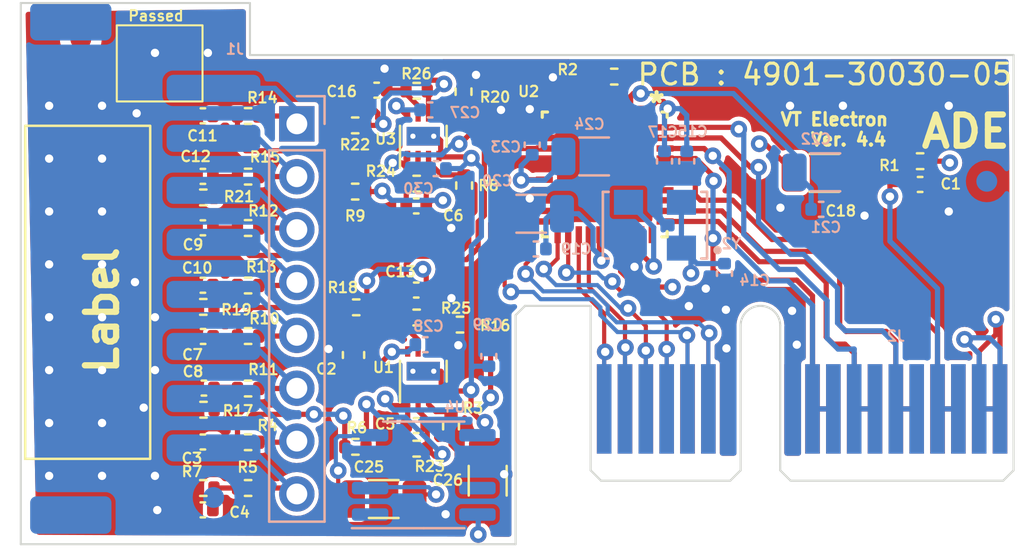
<source format=kicad_pcb>
(kicad_pcb (version 20240108) (generator "pcbnew") (generator_version "8.0")
  (layers (0 "F.Cu" signal) (1 "In1.Cu" signal) (2 "In2.Cu" signal) (31 "B.Cu" signal) (34 "B.Paste" user) (35 "F.Paste" user) (36 "B.SilkS" user "B.Silkscreen") (37 "F.SilkS" user "F.Silkscreen") (38 "B.Mask" user) (39 "F.Mask" user) (44 "Edge.Cuts" user))
  (net 0 "")
  (net 1 "GND")
  (net 2 "+3V3")
  (net 3 "/AVDDOUT")
  (net 4 "/DVDDOUT")
  (net 5 "/REF")
  (net 6 "/IRP")
  (net 7 "/ISP")
  (net 8 "/ITP")
  (net 9 "/INP")
  (net 10 "/UR+")
  (net 11 "/US+")
  (net 12 "/PM1")
  (net 13 "/RSP")
  (net 14 "/RSM")
  (net 15 "/RTP")
  (net 16 "/RTM")
  (net 17 "/RRP")
  (net 18 "/RRM")
  (net 19 "/RNP")
  (net 20 "/RNM")
  (net 21 "/UT+")
  (net 22 "/ADE_Reset")
  (net 23 "/O_IN")
  (net 24 "/O_OUT")
  (net 25 "/IRQ2")
  (net 26 "/IRQ1")
  (net 30 "/SCLK")
  (net 31 "/MISO")
  (net 32 "/MOSI")
  (net 33 "/SS")
  (net 34 "/READY")
  (net 35 "/RN")
  (net 36 "/RT")
  (net 37 "Net-(C4-Pad1)")
  (net 38 "Net-(C5-Pad2)")
  (net 39 "Net-(C6-Pad2)")
  (net 40 "Net-(C8-Pad1)")
  (net 41 "Net-(C10-Pad1)")
  (net 42 "Net-(C12-Pad1)")
  (net 43 "Net-(C13-Pad2)")
  (net 44 "Net-(C16-Pad2)")
  (net 45 "/RS")
  (net 46 "/RR")
  (net 47 "Net-(R3-Pad1)")
  (net 48 "Net-(R8-Pad1)")
  (net 49 "Net-(R16-Pad1)")
  (net 50 "Net-(R20-Pad1)")
  (net 51 "/UM")
  (net 52 "/C+")
  (net 53 "/UR-")
  (net 54 "/US-")
  (net 55 "/UT-")
  (net 56 "/C-")
  (footprint "Resistor_SMD:R_0402_1005Metric" (layer "F.Cu") (at -1 -27.39)
    (property "Reference" "R25")
    (property "Value" "137K")
  )
  (footprint "Resistor_SMD:R_0402_1005Metric" (layer "F.Cu") (at -3.9 -27.88 180)
    (property "Reference" "R18")
    (property "Value" "30K")
  )
  (footprint "Resistor_SMD:R_0402_1005Metric" (layer "F.Cu") (at -9.09 -19.2)
    (property "Reference" "R5")
    (property "Value" "0")
  )
  (footprint "Capacitor_SMD:C_0402_1005Metric" (layer "F.Cu") (at -11.26 -37.08 180)
    (property "Reference" "C11")
    (property "Value" "22n")
  )
  (footprint "Capacitor_SMD:C_0402_1005Metric" (layer "F.Cu") (at -1.02 -28.71)
    (property "Reference" "C13")
    (property "Value" "100n")
  )
  (footprint "Capacitor_SMD:C_0402_1005Metric" (layer "F.Cu") (at -11.26 -21.41 180)
    (property "Reference" "C3")
    (property "Value" "22n")
  )
  (footprint "Fiducial:Fiducial_1mm_Mask2mm" (layer "F.Cu") (at 25.781 -29.21)
    (property "Reference" "FID1" (hide yes))
    (property "Value" "Fiducial" (hide yes))
  )
  (footprint "Resistor_SMD:R_0402_1005Metric" (layer "F.Cu") (at -3.95 -33.44 180)
    (property "Reference" "R9")
    (property "Value" "30K")
  )
  (footprint "Capacitor_SMD:C_1206_3216Metric" (layer "F.Cu") (at 2.41 -19.55 90)
    (property "Reference" "C26")
    (property "Value" "10u" (hide yes))
  )
  (footprint "Resistor_SMD:R_0402_1005Metric" (layer "F.Cu") (at 1.25 -38.24 90)
    (property "Reference" "R20")
    (property "Value" "0")
  )
  (footprint "Capacitor_SMD:C_0603_1608Metric" (layer "F.Cu") (at -4.03 -25.59 90)
    (property "Reference" "C2")
    (property "Value" "100n")
  )
  (footprint "Capacitor_SMD:C_0402_1005Metric" (layer "F.Cu") (at -11.25 -26.48 180)
    (property "Reference" "C7")
    (property "Value" "22n")
  )
  (footprint "Symbol:Eticheta" (layer "F.Cu") (at -16.7894 -28.6004 90)
    (property "Reference" "TP1" (hide yes))
    (property "Value" "Eticheta" (hide yes))
  )
  (footprint "Resistor_SMD:R_0402_1005Metric" (layer "F.Cu") (at -3.94 -21.18 180)
    (property "Reference" "R6")
    (property "Value" "30K")
  )
  (footprint "Resistor_SMD:R_0402_1005Metric" (layer "F.Cu") (at 23.1648 -34.8996)
    (property "Reference" "R1")
    (property "Value" "1k" (hide yes))
  )
  (footprint "Resistor_SMD:R_0402_1005Metric" (layer "F.Cu") (at 1.28 -33.73 -90)
    (property "Reference" "R8")
    (property "Value" "0")
  )
  (footprint "Capacitor_SMD:C_0402_1005Metric" (layer "F.Cu") (at -11.26 -18.15 180)
    (property "Reference" "C4")
    (property "Value" "DNP")
  )
  (footprint "Capacitor_SMD:C_0402_1005Metric" (layer "F.Cu") (at 23.1648 -33.782)
    (property "Reference" "C1")
    (property "Value" "22n")
  )
  (footprint "Fiducial:Fiducial_1mm_Mask2mm" (layer "F.Cu") (at -17.1196 -40.767)
    (property "Reference" "FID4" (hide yes))
    (property "Value" "Fiducial" (hide yes))
  )
  (footprint "Resistor_SMD:R_0402_1005Metric" (layer "F.Cu") (at -1 -38.28)
    (property "Reference" "R26")
    (property "Value" "137K")
  )
  (footprint "Capacitor_SMD:C_0402_1005Metric" (layer "F.Cu") (at -2.92 -38.31 180)
    (property "Reference" "C16")
    (property "Value" "100n")
  )
  (footprint "Resistor_SMD:R_0402_1005Metric" (layer "F.Cu") (at -9.09 -21.4)
    (property "Reference" "R4")
    (property "Value" "100")
  )
  (footprint "Capacitor_SMD:C_0402_1005Metric" (layer "F.Cu") (at -11.26 -34.17 180)
    (property "Reference" "C12")
    (property "Value" "DNP")
  )
  (footprint "Resistor_SMD:R_0402_1005Metric" (layer "F.Cu") (at -9.09 -23.98)
    (property "Reference" "R11")
    (property "Value" "0")
  )
  (footprint "Resistor_SMD:R_0402_1005Metric" (layer "F.Cu") (at -1 -33.82)
    (property "Reference" "R24")
    (property "Value" "137K")
  )
  (footprint "Resistor_SMD:R_0402_1005Metric" (layer "F.Cu") (at -9.09 -37.07)
    (property "Reference" "R14")
    (property "Value" "100")
  )
  (footprint "Resistor_SMD:R_0402_1005Metric" (layer "F.Cu") (at -1 -21.09)
    (property "Reference" "R23")
    (property "Value" "137K")
  )
  (footprint "Capacitor_SMD:C_1206_3216Metric" (layer "F.Cu") (at 18.5674 -34.3408)
    (property "Reference" "C18")
    (property "Value" "10u" (hide yes))
  )
  (footprint "Resistor_SMD:R_0402_1005Metric" (layer "F.Cu") (at -9.09 -26.5)
    (property "Reference" "R10")
    (property "Value" "100")
  )
  (footprint "Resistor_SMD:R_0402_1005Metric" (layer "F.Cu") (at -9.09 -34.16)
    (property "Reference" "R15")
    (property "Value" "0")
  )
  (footprint "Resistor_SMD:R_0402_1005Metric" (layer "F.Cu") (at -11.24 -33.16 180)
    (property "Reference" "R21")
    (property "Value" "0")
  )
  (footprint "Capacitor_SMD:C_0402_1005Metric" (layer "F.Cu") (at -1.02 -32.75)
    (property "Reference" "C6")
    (property "Value" "100n")
  )
  (footprint "Resistor_SMD:R_0402_1005Metric" (layer "F.Cu") (at -11.23 -22.96 180)
    (property "Reference" "R17")
    (property "Value" "0")
  )
  (footprint "Resistor_SMD:R_0402_1005Metric" (layer "F.Cu") (at -11.24 -19.2 180)
    (property "Reference" "R7")
    (property "Value" "0")
  )
  (footprint "Package_SON:WSON-8-1EP_2x2mm_P0.5mm_EP0.9x1.6mm_ThermalVias" (layer "F.Cu") (at -0.68 -36.1 90)
    (property "Reference" "U3")
    (property "Value" "TLV2186IDSGR" (hide yes))
  )
  (footprint "Capacitor_SMD:C_0402_1005Metric" (layer "F.Cu") (at -11.26 -31.7 180)
    (property "Reference" "C9")
    (property "Value" "22n")
  )
  (footprint "Capacitor_SMD:C_0402_1005Metric" (layer "F.Cu") (at -11.26 -28.94 180)
    (property "Reference" "C10")
    (property "Value" "DNP")
  )
  (footprint "Resistor_SMD:R_0402_1005Metric" (layer "F.Cu") (at 1.08 -27.05)
    (property "Reference" "R16")
    (property "Value" "0")
  )
  (footprint "Package_QFP:ADE9430" (layer "F.Cu") (at 8.0264 -34.2646 -90)
    (property "Reference" "U2")
    (property "Value" "ADE9430")
  )
  (footprint "Capacitor_SMD:C_0402_1005Metric" (layer "F.Cu") (at -1.02 -22.2)
    (property "Reference" "C5")
    (property "Value" "100n")
  )
  (footprint "Resistor_SMD:R_0402_1005Metric" (layer "F.Cu") (at -3.95 -36.62 180)
    (property "Reference" "R22")
    (property "Value" "30K")
  )
  (footprint "Resistor_SMD:R_0402_1005Metric" (layer "F.Cu") (at -9.09 -31.69)
    (property "Reference" "R12")
    (property "Value" "100")
  )
  (footprint "Package_SON:WSON-8-1EP_2x2mm_P0.5mm_EP0.9x1.6mm_ThermalVias" (layer "F.Cu") (at -0.68 -24.81 90)
    (property "Reference" "U1")
    (property "Value" "TLV2186IDSGR")
  )
  (footprint "Resistor_SMD:R_0402_1005Metric" (layer "F.Cu") (at 0.65 -22.17 -90)
    (property "Reference" "R3")
    (property "Value" "0")
  )
  (footprint "Resistor_SMD:R_0402_1005Metric" (layer "F.Cu") (at -11.24 -27.9 180)
    (property "Reference" "R19")
    (property "Value" "0")
  )
  (footprint "Resistor_SMD:R_0402_1005Metric" (layer "F.Cu") (at 8.4836 -38.9636 180)
    (property "Reference" "R2")
    (property "Value" "1k" (hide yes))
  )
  (footprint "Resistor_SMD:R_0402_1005Metric" (layer "F.Cu") (at -9.09 -28.93)
    (property "Reference" "R13")
    (property "Value" "0")
  )
  (footprint "Capacitor_SMD:C_1206_3216Metric" (layer "F.Cu") (at -2.58 -18.67 180)
    (property "Reference" "C25")
    (property "Value" "10u" (hide yes))
  )
  (footprint "Capacitor_SMD:C_0402_1005Metric" (layer "F.Cu") (at -11.21 -24 180)
    (property "Reference" "C8")
    (property "Value" "DNP")
  )
  (footprint "Fiducial:Fiducial_1mm_Mask2mm" (layer "B.Cu") (at -10.7442 -18.7452 180)
    (property "Reference" "FID3" (hide yes))
    (property "Value" "Fiducial" (hide yes))
  )
  (footprint "Capacitor_SMD:C_1206_3216Metric" (layer "B.Cu") (at 4.5 -32.375 180)
    (property "Reference" "C20")
    (property "Value" "10u")
  )
  (footprint "Oscillator:OSC_ECS-5032MV-245.7-BN-TR" (layer "B.Cu") (at 10.4375 -31.825 180)
    (property "Reference" "Y2")
    (property "Value" "ECS-5032MV-245.7-BN-TR")
  )
  (footprint "Connector_JST:A2501-SR08-XH8AWB" (layer "B.Cu") (at -14.35 -29.75 90)
    (property "Reference" "J1")
    (property "Value" "MUAS100-8-C-E")
  )
  (footprint "Capacitor_SMD:C_0402_1005Metric" (layer "B.Cu") (at 2.4638 -25.5296 -90)
    (property "Reference" "C29")
    (property "Value" "100n" (hide yes))
  )
  (footprint "Connector_PinHeader_2.54mm:PinHeader_1x08_P2.54mm_Vertical" (layer "B.Cu") (at -6.7502 -36.69298 180)
    (property "Reference" "J15" (hide yes))
    (property "Value" "MUAS100-8-C-E")
  )
  (footprint "Capacitor_SMD:C_0402_1005Metric" (layer "B.Cu") (at 4.5466 -35.687 90)
    (property "Reference" "C23")
    (property "Value" "100n")
  )
  (footprint "Capacitor_SMD:C_0402_1005Metric" (layer "B.Cu") (at 11.9634 -34.897 -90)
    (property "Reference" "C15")
    (property "Value" "100n")
  )
  (footprint "Capacitor_SMD:C_1206_3216Metric" (layer "B.Cu") (at 18.6182 -34.3662)
    (property "Reference" "C22")
    (property "Value" "10u")
  )
  (footprint "Connector_PCBEdge:BUS_PCIexpress_x1" (layer "B.Cu") (at 27 -23 180)
    (property "Reference" "J2")
    (property "Value" "Bus_PCI_Express_x1_MOD")
    (fp_line (start 19.65 4.95) (end 19.65 -2.95) (stroke (width 0.1)) (layer "Edge.Cuts"))
    (fp_line (start 19.65 -2.95) (end 19.15 -3.45) (stroke (width 0.1)) (layer "Edge.Cuts"))
    (fp_line (start 12.95 -3.45) (end 19.15 -3.45) (stroke (width 0.1)) (layer "Edge.Cuts"))
    (fp_line (start 12.45 4) (end 12.45 -2.95) (stroke (width 0.1)) (layer "Edge.Cuts"))
    (fp_line (start 12.45 -2.95) (end 12.95 -3.45) (stroke (width 0.1)) (layer "Edge.Cuts"))
    (fp_line (start 10.55 4) (end 10.55 -2.95) (stroke (width 0.1)) (layer "Edge.Cuts"))
    (fp_line (start 10.55 -2.95) (end 10.05 -3.45) (stroke (width 0.1)) (layer "Edge.Cuts"))
    (fp_line (start -0.15 -3.45) (end 10.05 -3.45) (stroke (width 0.1)) (layer "Edge.Cuts"))
    (fp_line (start -0.65 4.95) (end -0.65 -2.95) (stroke (width 0.1)) (layer "Edge.Cuts"))
    (fp_line (start -0.65 -2.95) (end -0.15 -3.45) (stroke (width 0.1)) (layer "Edge.Cuts"))
    (fp_arc (start 12.45 4) (mid 11.5 4.95) (end 10.55 4) (stroke (width 0.1)) (layer "Edge.Cuts"))
  )
  (footprint "Capacitor_SMD:C_0402_1005Metric" (layer "B.Cu") (at 10.8966 -34.897 -90)
    (property "Reference" "C17")
    (property "Value" "100n")
  )
  (footprint "Capacitor_SMD:C_0402_1005Metric" (layer "B.Cu") (at 13.775 -29.5 -90)
    (property "Reference" "C14")
    (property "Value" "100n")
  )
  (footprint "Capacitor_SMD:C_0402_1005Metric" (layer "B.Cu") (at -0.0762 -34.544)
    (property "Reference" "C30")
    (property "Value" "100n" (hide yes))
  )
  (footprint "Capacitor_SMD:C_0402_1005Metric" (layer "B.Cu") (at 4.7244 -30.6832 180)
    (property "Reference" "C19")
    (property "Value" "100n")
  )
  (footprint "Package_SO:SO-8_3.9x4.9mm_P1.27mm" (layer "B.Cu") (at -0.66 -19.83)
    (property "Reference" "U4")
    (property "Value" "MC7660DR2")
  )
  (footprint "Fiducial:Fiducial_1mm_Mask2mm" (layer "B.Cu") (at 26.3652 -33.9344 180)
    (property "Reference" "FID2" (hide yes))
    (property "Value" "Fiducial" (hide yes))
  )
  (footprint "Capacitor_SMD:C_0402_1005Metric" (layer "B.Cu") (at -0.5842 -26.0858 180)
    (property "Reference" "C28")
    (property "Value" "100n" (hide yes))
  )
  (footprint "Capacitor_SMD:C_0402_1005Metric" (layer "B.Cu") (at -0.353 -37.3634 180)
    (property "Reference" "C27")
    (property "Value" "100n" (hide yes))
  )
  (footprint "Capacitor_SMD:C_1206_3216Metric" (layer "B.Cu") (at 7.5184 -35.1282)
    (property "Reference" "C24")
    (property "Value" "10u")
  )
  (footprint "Capacitor_SMD:C_0402_1005Metric" (layer "B.Cu") (at 18.415 -32.5882)
    (property "Reference" "C21")
    (property "Value" "100n")
  )
  (gr_rect (start -15.3924 -41.4274) (end -11.2776 -37.7698) (stroke (width 0.1)) (fill none) (layer "F.SilkS"))
  (gr_line (start 3.8 -27.55) (end 4.2 -27.95) (stroke (width 0.1)) (layer "Edge.Cuts"))
  (gr_line (start -20 -42.5) (end -20 -16.5) (stroke (width 0.1)) (layer "Edge.Cuts"))
  (gr_line (start 27.65 -27.95) (end 27.65 -40) (stroke (width 0.1)) (layer "Edge.Cuts"))
  (gr_line (start -9 -42.5) (end -20 -42.5) (stroke (width 0.1)) (layer "Edge.Cuts"))
  (gr_line (start -20 -16.5) (end 3.75 -16.5) (stroke (width 0.1)) (layer "Edge.Cuts"))
  (gr_line (start -9 -40) (end 27.65 -40) (stroke (width 0.1)) (layer "Edge.Cuts"))
  (gr_line (start -9 -42.5) (end -9 -40) (stroke (width 0.1)) (layer "Edge.Cuts"))
  (gr_line (start 7.35 -27.95) (end 4.2 -27.95) (stroke (width 0.1)) (layer "Edge.Cuts"))
  (gr_line (start 3.75 -27.5) (end 3.75 -16.5) (stroke (width 0.1)) (layer "Edge.Cuts"))
  (gr_line (start 3.8 -27.55) (end 3.75 -27.5) (stroke (width 0.1)) (layer "Edge.Cuts"))
  (gr_text "PCB : 4901-30030-05" (at 18.5928 -39.0652 0) (layer "F.SilkS") (effects (font (size 1 1))))
  (gr_text "VT Electron \n  Ver. 4.4\n" (at 19.2786 -36.4236 0) (layer "F.SilkS") (effects (font (size 0.6 0.6))))
  (gr_text "*" (at 10.5156 -37.6682 0) (layer "F.SilkS") (effects (font (size 1 1) (thickness 0.2)) (justify mirror)))
  (gr_text "ADE" (at 25.3492 -36.322 0) (layer "F.SilkS") (effects (font (size 1.5 1.5) (thickness 0.3))))
  (gr_text "Passed" (at -13.5128 -41.8846 0) (layer "F.SilkS") (effects (font (size 0.5 0.5) (thickness 0.1))))
  (gr_text "Label" (at -16.1036 -27.7368 90) (layer "F.SilkS") (effects (font (size 1.5 1.5) (thickness 0.3))))
  (segment (start 0.39 -17.94) (end 2.275 -17.94) (width 0.25) (layer "F.Cu") (net 1))
  (segment (start 5.1308 -33.02) (end 4.4196 -33.02) (width 0.25) (layer "F.Cu") (net 1))
  (segment (start 1.38 -28.32) (end 0.67 -28.32) (width 0.25) (layer "F.Cu") (net 1))
  (segment (start -11.69 -24) (end -11.69 -23.01) (width 0.25) (layer "F.Cu") (net 1))
  (segment (start 9.271 -33.02) (end 8.0264 -34.2646) (width 0.25) (layer "F.Cu") (net 1))
  (segment (start -11.75 -33.16) (end -11.75 -34.16) (width 0.25) (layer "F.Cu") (net 1))
  (segment (start 4.4196 -33.102647) (end 4.428453 -33.1115) (width 0.25) (layer "F.Cu") (net 1))
  (segment (start -13.44 -18.15) (end -13.45 -18.14) (width 0.25) (layer "F.Cu") (net 1))
  (segment (start -11.73 -27.88) (end -11.75 -27.9) (width 0.25) (layer "F.Cu") (net 1))
  (segment (start 8.7884 -37.1602) (end 8.7884 -35.0266) (width 0.25) (layer "F.Cu") (net 1))
  (segment (start 6.7818 -37.986704) (end 6.7818 -37.1602) (width 0.25) (layer "F.Cu") (net 1))
  (segment (start 0.94 -18.49) (end 0.39 -17.94) (width 0.25) (layer "F.Cu") (net 1))
  (segment (start 1.69 -39.19) (end 1.85 -39.19) (width 0.25) (layer "F.Cu") (net 1))
  (segment (start 5.1308 -33.02) (end 6.7818 -33.02) (width 0.25) (layer "F.Cu") (net 1))
  (segment (start 6.2738 -36.0172) (end 8.0264 -34.2646) (width 0.25) (layer "F.Cu") (net 1))
  (segment (start 8.2804 -34.0106) (end 8.0264 -34.2646) (width 0.25) (layer "F.Cu") (net 1))
  (segment (start -11.74 -31.7) (end -11.74 -33.15) (width 0.25) (layer "F.Cu") (net 1))
  (segment (start 8.7884 -35.0266) (end 8.0264 -34.2646) (width 0.25) (layer "F.Cu") (net 1))
  (segment (start 9.457677 -29.842323) (end 9.271 -30.029) (width 0.25) (layer "F.Cu") (net 1))
  (segment (start -11.74 -34.17) (end -11.74 -37.08) (width 0.25) (layer "F.Cu") (net 1))
  (segment (start -14 -22.96) (end -14.1 -23.06) (width 0.25) (layer "F.Cu") (net 1))
  (segment (start -11.69 -23.01) (end -11.74 -22.96) (width 0.25) (layer "F.Cu") (net 1))
  (segment (start 1.28 -33.22) (end 1.28 -32.31) (width 0.25) (layer "F.Cu") (net 1))
  (segment (start 9.779 -36.0172) (end 8.0264 -34.2646) (width 0.25) (layer "F.Cu") (net 1))
  (segment (start 2.275 -17.94) (end 2.41 -18.075) (width 0.25) (layer "F.Cu") (net 1))
  (segment (start -11.74 -19.21) (end -11.75 -19.2) (width 0.25) (layer "F.Cu") (net 1))
  (segment (start 5.84 -38.93) (end 5.54 -38.93) (width 0.25) (layer "F.Cu") (net 1))
  (segment (start 1.59 -27.05) (end 1.59 -28.11) (width 0.25) (layer "F.Cu") (net 1))
  (segment (start 6.118504 -38.651496) (end 5.84 -38.93) (width 0.25) (layer "F.Cu") (net 1))
  (segment (start 14 -23) (end 14 -25.7764) (width 0.25) (layer "F.Cu") (net 1))
  (segment (start 17 -23) (end 17 -25.8392) (width 0.25) (layer "F.Cu") (net 1))
  (segment (start 1.59 -27.05) (end 1.59 -26.58) (width 0.25) (layer "F.Cu") (net 1))
  (segment (start -11.74 -22.96) (end -14 -22.96) (width 0.25) (layer "F.Cu") (net 1))
  (segment (start 0.94 -21) (end 0.94 -18.49) (width 0.25) (layer "F.Cu") (net 1))
  (segment (start 4.4196 -33.02) (end 4.4196 -33.102647) (width 0.25) (layer "F.Cu") (net 1))
  (segment (start 9.271 -31.369) (end 9.271 -33.02) (width 0.25) (layer "F.Cu") (net 1))
  (segment (start 8.7884 -37.1602) (end 8.7884 -38.7584) (width 0.25) (layer "F.Cu") (net 1))
  (segment (start -4.745 -26.365) (end -5.23 -25.88) (width 0.25) (layer "F.Cu") (net 1))
  (segment (start 9.271 -30.029) (end 9.271 -31.369) (width 0.25) (layer "F.Cu") (net 1))
  (segment (start 5.1308 -33.5026) (end 7.2644 -33.5026) (width 0.25) (layer "F.Cu") (net 1))
  (segment (start 0.65 -21.66) (end 0.65 -21.287693) (width 0.25) (layer "F.Cu") (net 1))
  (segment (start 9.779 -37.1602) (end 9.779 -36.0172) (width 0.25) (layer "F.Cu") (net 1))
  (segment (start 8.7884 -38.7584) (end 8.9936 -38.9636) (width 0.25) (layer "F.Cu") (net 1))
  (segment (start 6.118504 -38.65) (end 6.118504 -38.651496) (width 0.25) (layer "F.Cu") (net 1))
  (segment (start 4.6698 -37.1602) (end 4.43 -37.4) (width 0.25) (layer "F.Cu") (net 1))
  (segment (start 17 -25.8392) (end 17.2466 -26.0858) (width 0.25) (layer "F.Cu") (net 1))
  (segment (start -11.69 -24) (end -11.69 -26.44) (width 0.25) (layer "F.Cu") (net 1))
  (segment (start -11.75 -27.9) (end -11.75 -28.93) (width 0.25) (layer "F.Cu") (net 1))
  (segment (start 5.1308 -34.5186) (end 7.7724 -34.5186) (width 0.25) (layer "F.Cu") (net 1))
  (segment (start -4.03 -26.365) (end -4.745 -26.365) (width 0.25) (layer "F.Cu") (net 1))
  (segment (start -11.74 -37.08) (end -14.32 -37.08) (width 0.25) (layer "F.Cu") (net 1))
  (segment (start 1.85 -39.19) (end 1.85 -39.0455) (width 0.25) (layer "F.Cu") (net 1))
  (segment (start -11.69 -26.44) (end -11.73 -26.48) (width 0.25) (layer "F.Cu") (net 1))
  (segment (start 1.59 -28.11) (end 1.38 -28.32) (width 0.25) (layer "F.Cu") (net 1))
  (segment (start -11.75 -19.2) (end -11.75 -18.16) (width 0.25) (layer "F.Cu") (net 1))
  (segment (start 8.2804 -31.369) (end 8.2804 -34.0106) (width 0.25) (layer "F.Cu") (net 1))
  (segment (start 14 -25.7764) (end 13.8684 -25.908) (width 0.25) (layer "F.Cu") (net 1))
  (segment (start -11.74 -21.41) (end -11.74 -19.21) (width 0.25) (layer "F.Cu") (net 1))
  (segment (start 5.7658 -37.1602) (end 4.6698 -37.1602) (width 0.25) (layer "F.Cu") (net 1))
  (segment (start 1.59 -26.58) (end 1.07 -26.06) (width 0.25) (layer "F.Cu") (net 1))
  (segment (start -11.73 -26.48) (end -11.73 -27.88) (width 0.25) (layer "F.Cu") (net 1))
  (segment (start 0.937693 -21) (end 0.94 -21) (width 0.25) (layer "F.Cu") (net 1))
  (segment (start -11.75 -28.93) (end -11.74 -28.94) (width 0.25) (layer "F.Cu") (net 1))
  (segment (start 7.2644 -35.0266) (end 8.0264 -34.2646) (width 0.25) (layer "F.Cu") (net 1))
  (segment (start 6.7818 -33.02) (end 8.0264 -34.2646) (width 0.25) (layer "F.Cu") (net 1))
  (segment (start -11.75 -34.16) (end -11.74 -34.17) (width 0.25) (layer "F.Cu") (net 1))
  (segment (start -11.74 -33.15) (end -11.75 -33.16) (width 0.25) (layer "F.Cu") (net 1))
  (segment (start -11.74 -22.96) (end -11.74 -21.41) (width 0.25) (layer "F.Cu") (net 1))
  (segment (start 0.65 -21.287693) (end 0.937693 -21) (width 0.25) (layer "F.Cu") (net 1))
  (segment (start 6.118504 -38.65) (end 6.7818 -37.986704) (width 0.25) (layer "F.Cu") (net 1))
  (segment (start -11.75 -18.16) (end -11.74 -18.15) (width 0.25) (layer "F.Cu") (net 1))
  (segment (start 1.07 -26.06) (end 1.001 -26.06) (width 0.25) (layer "F.Cu") (net 1))
  (segment (start 7.7724 -34.5186) (end 8.0264 -34.2646) (width 0.25) (layer "F.Cu") (net 1))
  (segment (start 5.1308 -35.0266) (end 7.2644 -35.0266) (width 0.25) (layer "F.Cu") (net 1))
  (segment (start -14.37 -28.94) (end -14.52 -29.09) (width 0.25) (layer "F.Cu") (net 1))
  (segment (start 9.457677 -29.8255) (end 9.457677 -29.842323) (width 0.25) (layer "F.Cu") (net 1))
  (segment (start -11.74 -28.94) (end -11.74 -31.7) (width 0.25) (layer "F.Cu") (net 1))
  (segment (start 1.28 -32.31) (end 0.66 -31.69) (width 0.25) (layer "F.Cu") (net 1))
  (segment (start 1.25 -38.75) (end 1.69 -39.19) (width 0.25) (layer "F.Cu") (net 1))
  (segment (start -11.74 -28.94) (end -14.37 -28.94) (width 0.25) (layer "F.Cu") (net 1))
  (segment (start -14.32 -37.08) (end -14.44 -37.2) (width 0.25) (layer "F.Cu") (net 1))
  (segment (start 5.1308 -36.0172) (end 6.2738 -36.0172) (width 0.25) (layer "F.Cu") (net 1))
  (segment (start -11.74 -18.15) (end -13.44 -18.15) (width 0.25) (layer "F.Cu") (net 1))
  (via (at 12.8778 -28.7782) (size 0.8) (drill 0.4) (layers "F.Cu" "B.Cu") (net 1))
  (via (at -16.1 -27.403599) (size 0.8) (drill 0.4) (layers "F.Cu" "B.Cu") (net 1))
  (via (at 3.048 -37.3634) (size 0.8) (drill 0.4) (layers "F.Cu" "B.Cu") (net 1))
  (via (at -18.64 -32.483599) (size 0.8) (drill 0.4) (layers "F.Cu" "B.Cu") (net 1))
  (via (at 12.065 -27.94) (size 0.8) (drill 0.4) (layers "F.Cu" "B.Cu") (net 1))
  (via (at 24.54 -32.483599) (size 0.8) (drill 0.4) (layers "F.Cu" "B.Cu") (net 1))
  (via (at -2.54 -39.3446) (size 0.8) (drill 0.4) (layers "F.Cu" "B.Cu") (net 1))
  (via (at -18.64 -24.863599) (size 0.8) (drill 0.4) (layers "F.Cu" "B.Cu") (net 1))
  (via (at 17.2466 -26.0858) (size 0.8) (drill 0.4) (layers "F.Cu" "B.Cu") (net 1))
  (via (at -18.64 -27.403599) (size 0.8) (drill 0.4) (layers "F.Cu" "B.Cu") (net 1))
  (via (at 19.46 -37.563599) (size 0.8) (drill 0.4) (layers "F.Cu" "B.Cu") (net 1))
  (via (at 4.43 -37.4) (size 0.8) (drill 0.4) (layers "F.Cu" "B.Cu") (net 1))
  (via (at 3.2004 -19.8628) (size 0.8) (drill 0.4) (layers "F.Cu" "B.Cu") (net 1))
  (via (at -14.44 -37.2) (size 0.8) (drill 0.4) (layers "F.Cu" "B.Cu") (net 1))
  (via (at 13.843 -27.7622) (size 0.8) (drill 0.4) (layers "F.Cu" "B.Cu") (net 1))
  (via (at -14.1 -23.06) (size 0.8) (drill 0.4) (layers "F.Cu" "B.Cu") (net 1))
  (via (at 4.428453 -33.1115) (size 0.8) (drill 0.4) (layers "F.Cu" "B.Cu") (net 1))
  (via (at 17.018 -27.7114) (size 0.8) (drill 0.4) (layers "F.Cu" "B.Cu") (net 1))
  (via (at -13.45 -18.14) (size 0.8) (drill 0.4) (layers "F.Cu" "B.Cu") (net 1))
  (via (at 16.92 -37.563599) (size 0.8) (drill 0.4) (layers "F.Cu" "B.Cu") (net 1))
  (via (at -18.64 -29.943599) (size 0.8) (drill 0.4) (layers "F.Cu" "B.Cu") (net 1))
  (via (at 0.39 -17.94) (size 0.8) (drill 0.4) (layers "F.Cu" "B.Cu") (net 1))
  (via (at 9.457677 -29.8255) (size 0.8) (drill 0.4) (layers "F.Cu" "B.Cu") (net 1))
  (via (at 16.4592 -32.6644) (size 0.8) (drill 0.4) (layers "F.Cu" "B.Cu") (net 1))
  (via (at 5.54 -38.93) (size 0.8) (drill 0.4) (layers "F.Cu" "B.Cu") (net 1))
  (via (at -13.56 -27.403599) (size 0.8) (drill 0.4) (layers "F.Cu" "B.Cu") (net 1))
  (via (at -16.1 -32.483599) (size 0.8) (drill 0.4) (layers "F.Cu" "B.Cu") (net 1))
  (via (at 13.8684 -25.908) (size 0.8) (drill 0.4) (layers "F.Cu" "B.Cu") (net 1))
  (via (at -18.64 -37.563599) (size 0.8) (drill 0.4) (layers "F.Cu" "B.Cu") (net 1))
  (via (at -18.64 -22.323599) (size 0.8) (drill 0.4) (layers "F.Cu" "B.Cu") (net 1))
  (via (at -16.1 -24.863599) (size 0.8) (drill 0.4) (layers "F.Cu" "B.Cu") (net 1))
  (via (at -18.64 -19.783599) (size 0.8) (drill 0.4) (layers "F.Cu" "B.Cu") (net 1))
  (via (at 1.001 -26.06) (size 0.8) (drill 0.4) (layers "F.Cu" "B.Cu") (net 1))
  (via (at -13.56 -24.863599) (size 0.8) (drill 0.4) (layers "F.Cu" "B.Cu") (net 1))
  (via (at -16.1 -22.323599) (size 0.8) (drill 0.4) (layers "F.Cu" "B.Cu") (net 1))
  (via (at 24.54 -37.563599) (size 0.8) (drill 0.4) (layers "F.Cu" "B.Cu") (net 1))
  (via (at 0.67 -28.32) (size 0.8) (drill 0.4) (layers "F.Cu" "B.Cu") (net 1))
  (via (at -16.1 -29.943599) (size 0.8) (drill 0.4) (layers "F.Cu" "B.Cu") (net 1))
  (via (at -5.23 -25.88) (size 0.8) (drill 0.4) (layers "F.Cu" "B.Cu") (net 1))
  (via (at 0.66 -31.69) (size 0.8) (drill 0.4) (layers "F.Cu" "B.Cu") (net 1))
  (via (at -13.56 -40.103599) (size 0.8) (drill 0.4) (layers "F.Cu" "B.Cu") (net 1))
  (via (at -18.64 -35.023599) (size 0.8) (drill 0.4) (layers "F.Cu" "B.Cu") (net 1))
  (via (at -16.1 -19.783599) (size 0.8) (drill 0.4) (layers "F.Cu" "B.Cu") (net 1))
  (via (at 1.85 -39.0455) (size 0.8) (drill 0.4) (layers "F.Cu" "B.Cu") (net 1))
  (via (at -11.02 -40.103599) (size 0.8) (drill 0.4) (layers "F.Cu" "B.Cu") (net 1))
  (via (at -13.56 -19.783599) (size 0.8) (drill 0.4) (layers "F.Cu" "B.Cu") (net 1))
  (via (at -16.1 -35.023599) (size 0.8) (drill 0.4) (layers "F.Cu" "B.Cu") (net 1))
  (via (at -16.1 -37.563599) (size 0.8) (drill 0.4) (layers "F.Cu" "B.Cu") (net 1))
  (via (at 20.4978 -32.2834) (size 0.8) (drill 0.4) (layers "F.Cu" "B.Cu") (net 1))
  (via (at -14.52 -29.09) (size 0.8) (drill 0.4) (layers "F.Cu" "B.Cu") (net 1))
  (segment (start 17 -25.8392) (end 17.2466 -26.0858) (width 0.25) (layer "B.Cu") (net 1))
  (segment (start 9.1675 -30.725) (end 9.1675 -30.115677) (width 0.25) (layer "B.Cu") (net 1))
  (segment (start 1.915 -20.465) (end 2.5982 -20.465) (width 0.25) (layer "B.Cu") (net 1))
  (segment (start 2.5982 -20.465) (end 3.2004 -19.8628) (width 0.25) (layer "B.Cu") (net 1))
  (segment (start 3.025 -32.375) (end 3.691953 -32.375) (width 0.25) (layer "B.Cu") (net 1))
  (segment (start 13.775 -29.02) (end 13.1196 -29.02) (width 0.25) (layer "B.Cu") (net 1))
  (segment (start 14 -23) (end 14 -25.7764) (width 0.25) (layer "B.Cu") (net 1))
  (segment (start 0.9752 -26.0858) (end 1.001 -26.06) (width 0.25) (layer "B.Cu") (net 1))
  (segment (start 14 -25.7764) (end 13.8684 -25.908) (width 0.25) (layer "B.Cu") (net 1))
  (segment (start 3.691953 -32.375) (end 4.428453 -33.1115) (width 0.25) (layer "B.Cu") (net 1))
  (segment (start -0.1042 -26.0858) (end 0.9752 -26.0858) (width 0.25) (layer "B.Cu") (net 1))
  (segment (start 17 -23) (end 17 -25.8392) (width 0.25) (layer "B.Cu") (net 1))
  (segment (start 13.1196 -29.02) (end 12.8778 -28.7782) (width 0.25) (layer "B.Cu") (net 1))
  (segment (start 9.1675 -30.925) (end 9.3 -30.925) (width 0.25) (layer "B.Cu") (net 1))
  (segment (start 10.287 -37.5412) (end 10.5156 -37.7698) (width 0.25) (layer "F.Cu") (net 2))
  (segment (start 26.797 -26.5684) (end 26.797 -27.305) (width 0.25) (layer "F.Cu") (net 2))
  (segment (start -1.43 -25.76) (end -2.17 -25.76) (width 0.25) (layer "F.Cu") (net 2))
  (segment (start 26 -23) (end 26 -25.7714) (width 0.25) (layer "F.Cu") (net 2))
  (segment (start 10.3656 -28.8544) (end 10.03 -29.19) (width 0.25) (layer "F.Cu") (net 2))
  (segment (start 11.2776 -28.8544) (end 10.3656 -28.8544) (width 0.25) (layer "F.Cu") (net 2))
  (segment (start 10.8458 -37.7698) (end 11.05 -37.5656) (width 0.25) (layer "F.Cu") (net 2))
  (segment (start 23.6748 -34.8996) (end 24.511 -34.8996) (width 0.25) (layer "F.Cu") (net 2))
  (segment (start 10.287 -37.1602) (end 10.287 -37.5412) (width 0.25) (layer "F.Cu") (net 2))
  (segment (start 26 -25.7714) (end 26.797 -26.5684) (width 0.25) (layer "F.Cu") (net 2))
  (segment (start 10.03 -29.19) (end 9.21 -29.19) (width 0.25) (layer "F.Cu") (net 2))
  (segment (start 17.0924 -34.368) (end 15.8242 -35.6362) (width 0.25) (layer "F.Cu") (net 2))
  (segment (start 11.1408 -37.5158) (end 11.05 -37.425) (width 0.25) (layer "F.Cu") (net 2))
  (segment (start 26.797 -27.305) (end 27 -27.102) (width 0.25) (layer "F.Cu") (net 2))
  (segment (start -3.115 -24.815) (end -2.19 -25.74) (width 0.25) (layer "F.Cu") (net 2))
  (segment (start 9.21 -29.19) (end 8.7884 -29.6116) (width 0.25) (layer "F.Cu") (net 2))
  (segment (start 8.7884 -29.6116) (end 8.7884 -31.369) (width 0.25) (layer "F.Cu") (net 2))
  (segment (start 10.5156 -37.7698) (end 10.8458 -37.7698) (width 0.25) (layer "F.Cu") (net 2))
  (segment (start 26 -23) (end 27 -23) (width 0.25) (layer "F.Cu") (net 2))
  (segment (start 27 -27.102) (end 27 -23.55) (width 0.25) (layer "F.Cu") (net 2))
  (segment (start -4.03 -24.815) (end -3.115 -24.815) (width 0.25) (layer "F.Cu") (net 2))
  (segment (start 17.0924 -34.3408) (end 17.0924 -34.368) (width 0.25) (layer "F.Cu") (net 2))
  (segment (start -1.9755 -37.553372) (end -1.933372 -37.553372) (width 0.25) (layer "F.Cu") (net 2))
  (segment (start 15.7226 -35.7378) (end 15.4432 -35.7378) (width 0.25) (layer "F.Cu") (net 2))
  (segment (start -2.17 -25.76) (end -2.19 -25.74) (width 0.25) (layer "F.Cu") (net 2))
  (segment (start -1.933372 -37.553372) (end -1.43 -37.05) (width 0.25) (layer "F.Cu") (net 2))
  (segment (start 24.511 -34.8996) (end 24.5872 -34.8234) (width 0.25) (layer "F.Cu") (net 2))
  (segment (start 15.8242 -35.6362) (end 15.7226 -35.7378) (width 0.25) (layer "F.Cu") (net 2))
  (segment (start 11.05 -37.5656) (end 11.05 -37.425) (width 0.25) (layer "F.Cu") (net 2))
  (via (at 1.9558 -16.9672) (size 0.8) (drill 0.4) (layers "F.Cu" "B.Cu") (net 2))
  (via (at 26.797 -27.305) (size 0.8) (drill 0.4) (layers "F.Cu" "B.Cu") (net 2))
  (via (at 25.2984 -26.3398) (size 0.8) (drill 0.4) (layers "F.Cu" "B.Cu") (net 2))
  (via (at 11.05 -37.425) (size 0.8) (drill 0.4) (layers "F.Cu" "B.Cu") (net 2))
  (via (at 15.4432 -35.7378) (size 0.8) (drill 0.4) (layers "F.Cu" "B.Cu") (net 2))
  (via (at 24.5872 -34.8234) (size 0.8) (drill 0.4) (layers "F.Cu" "B.Cu") (net 2))
  (via (at 11.2776 -28.8544) (size 0.8) (drill 0.4) (layers "F.Cu" "B.Cu") (net 2))
  (via (at -2.19 -25.74) (size 0.8) (drill 0.4) (layers "F.Cu" "B.Cu") (net 2))
  (via (at 12.1666 -29.5148) (size 0.8) (drill 0.4) (layers "F.Cu" "B.Cu") (net 2))
  (via (at -1.9755 -37.553372) (size 0.8) (drill 0.4) (layers "F.Cu" "B.Cu") (net 2))
  (segment (start 12.1666 -29.5148) (end 12.1666 -30.2659) (width 0.25) (layer "B.Cu") (net 2))
  (segment (start -1.41 -25.74) (end -1.0642 -26.0858) (width 0.25) (layer "B.Cu") (net 2))
  (segment (start 10.8966 -37.2716) (end 10.8966 -35.377) (width 0.25) (layer "B.Cu") (net 2))
  (segment (start 26.4922 -26.416) (end 25.3746 -26.416) (width 0.25) (layer "B.Cu") (net 2))
  (segment (start 26 -23) (end 26 -25.6382) (width 0.25) (layer "B.Cu") (net 2))
  (segment (start 1.9558 -17.8842) (end 1.915 -17.925) (width 0.25) (layer "B.Cu") (net 2))
  (segment (start 11.7075 -32.925) (end 11.7075 -30.725) (width 0.25) (layer "B.Cu") (net 2))
  (segment (start 11.05 -37.425) (end 10.8966 -37.2716) (width 0.25) (layer "B.Cu") (net 2))
  (segment (start 11.05 -37.425) (end 11.6478 -37.425) (width 0.25) (layer "B.Cu") (net 2))
  (segment (start 1.9558 -16.9672) (end 1.9558 -17.8842) (width 0.25) (layer "B.Cu") (net 2))
  (segment (start -2.19 -25.74) (end -1.41 -25.74) (width 0.25) (layer "B.Cu") (net 2))
  (segment (start 27 -25.9082) (end 26.4922 -26.416) (width 0.25) (layer "B.Cu") (net 2))
  (segment (start -1.785528 -37.3634) (end -1.9755 -37.553372) (width 0.25) (layer "B.Cu") (net 2))
  (segment (start 12.4525 -29.98) (end 11.7075 -30.725) (width 0.25) (layer "B.Cu") (net 2))
  (segment (start 25.3746 -26.416) (end 25.2984 -26.3398) (width 0.25) (layer "B.Cu") (net 2))
  (segment (start 27 -23) (end 27 -25.9082) (width 0.25) (layer "B.Cu") (net 2))
  (segment (start 1.915 -17.925) (end 1.915 -17.895) (width 0.25) (layer "B.Cu") (net 2))
  (segment (start 27 -23) (end 26 -23) (width 0.25) (layer "B.Cu") (net 2))
  (segment (start 26 -25.6382) (end 25.2984 -26.3398) (width 0.25) (layer "B.Cu") (net 2))
  (segment (start 13.775 -29.98) (end 12.4525 -29.98) (width 0.25) (layer "B.Cu") (net 2))
  (segment (start 12.1666 -30.2659) (end 11.7075 -30.725) (width 0.25) (layer "B.Cu") (net 2))
  (segment (start -0.833 -37.3634) (end -1.785528 -37.3634) (width 0.25) (layer "B.Cu") (net 2))
  (segment (start 11.9634 -37.1094) (end 11.9634 -35.377) (width 0.25) (layer "B.Cu") (net 2))
  (segment (start 11.6478 -37.425) (end 11.9634 -37.1094) (width 0.25) (layer "B.Cu") (net 2))
  (segment (start 7.7724 -31.369) (end 7.7724 -30.1752) (width 0.25) (layer "F.Cu") (net 3))
  (segment (start 7.7724 -30.1752) (end 7.8232 -30.1244) (width 0.25) (layer "F.Cu") (net 3))
  (segment (start 7.8232 -30.1244) (end 7.8639 -30.1244) (width 0.25) (layer "F.Cu") (net 3))
  (via (at 7.8639 -30.1244) (size 0.8) (drill 0.4) (layers "F.Cu" "B.Cu") (net 3))
  (segment (start 5.451 -32.375) (end 5.975 -32.375) (width 0.25) (layer "B.Cu") (net 3))
  (segment (start 6.7664 -32.375) (end 5.975 -32.375) (width 0.25) (layer "B.Cu") (net 3))
  (segment (start 7.4676 -31.6738) (end 6.7664 -32.375) (width 0.25) (layer "B.Cu") (net 3))
  (segment (start 5.2044 -32.1284) (end 5.451 -32.375) (width 0.25) (layer "B.Cu") (net 3))
  (segment (start 7.8639 -30.2869) (end 7.4676 -30.6832) (width 0.25) (layer "B.Cu") (net 3))
  (segment (start 5.2044 -30.6832) (end 5.2044 -32.1284) (width 0.25) (layer "B.Cu") (net 3))
  (segment (start 7.4676 -30.6832) (end 7.4676 -31.6738) (width 0.25) (layer "B.Cu") (net 3))
  (segment (start 7.8639 -30.1244) (end 7.8639 -30.2869) (width 0.25) (layer "B.Cu") (net 3))
  (segment (start 9.398 -38.1508) (end 9.7536 -38.1508) (width 0.25) (layer "F.Cu") (net 4))
  (segment (start 9.271 -38.0238) (end 9.271 -37.1602) (width 0.25) (layer "F.Cu") (net 4))
  (segment (start 9.271 -38.0238) (end 9.398 -38.1508) (width 0.25) (layer "F.Cu") (net 4))
  (via (at 9.7536 -38.1508) (size 0.8) (drill 0.4) (layers "F.Cu" "B.Cu") (net 4))
  (segment (start 17.935 -32.5882) (end 17.935 -33.5744) (width 0.25) (layer "B.Cu") (net 4))
  (segment (start 17.935 -33.5744) (end 17.1432 -34.3662) (width 0.25) (layer "B.Cu") (net 4))
  (segment (start 17.1432 -35.2062) (end 17.1432 -34.3662) (width 0.25) (layer "B.Cu") (net 4))
  (segment (start 14.1986 -38.1508) (end 17.1432 -35.2062) (width 0.25) (layer "B.Cu") (net 4))
  (segment (start 9.7536 -38.1508) (end 14.1986 -38.1508) (width 0.25) (layer "B.Cu") (net 4))
  (segment (start 4.0386 -34.0106) (end 4.0132 -33.9852) (width 0.25) (layer "F.Cu") (net 5))
  (segment (start 5.1308 -34.0106) (end 4.0386 -34.0106) (width 0.25) (layer "F.Cu") (net 5))
  (via (at 4.0132 -33.9852) (size 0.8) (drill 0.4) (layers "F.Cu" "B.Cu") (net 5))
  (segment (start 5.1562 -33.9852) (end 6.0434 -34.8724) (width 0.25) (layer "B.Cu") (net 5))
  (segment (start 6.0434 -34.8724) (end 6.0434 -35.1282) (width 0.25) (layer "B.Cu") (net 5))
  (segment (start 4.0132 -33.9852) (end 4.0132 -34.6736) (width 0.25) (layer "B.Cu") (net 5))
  (segment (start 4.0132 -34.6736) (end 4.5466 -35.207) (width 0.25) (layer "B.Cu") (net 5))
  (segment (start 4.0132 -33.9852) (end 5.1562 -33.9852) (width 0.25) (layer "B.Cu") (net 5))
  (segment (start 6.29 -39.67) (end 0.29 -39.67) (width 0.25) (layer "F.Cu") (net 6))
  (segment (start -0.93 -37.56) (end -1.51 -38.14) (width 0.25) (layer "F.Cu") (net 6))
  (segment (start 6.4514 -38.8114) (end 6.4514 -39.5086) (width 0.25) (layer "F.Cu") (net 6))
  (segment (start -1.03 -39.27) (end -1.51 -38.79) (width 0.25) (layer "F.Cu") (net 6))
  (segment (start 0.29 -39.67) (end -0.11 -39.27) (width 0.25) (layer "F.Cu") (net 6))
  (segment (start 6.4514 -39.5086) (end 6.29 -39.67) (width 0.25) (layer "F.Cu") (net 6))
  (segment (start -1.51 -38.79) (end -1.51 -38.28) (width 0.25) (layer "F.Cu") (net 6))
  (segment (start -0.93 -37.05) (end -0.93 -37.56) (width 0.25) (layer "F.Cu") (net 6))
  (segment (start -1.54 -38.31) (end -1.51 -38.28) (width 0.25) (layer "F.Cu") (net 6))
  (segment (start 7.2644 -37.9984) (end 6.4514 -38.8114) (width 0.25) (layer "F.Cu") (net 6))
  (segment (start 7.2644 -37.1602) (end 7.2644 -37.9984) (width 0.25) (layer "F.Cu") (net 6))
  (segment (start -1.51 -38.14) (end -1.51 -38.28) (width 0.25) (layer "F.Cu") (net 6))
  (segment (start -2.44 -38.31) (end -1.54 -38.31) (width 0.25) (layer "F.Cu") (net 6))
  (segment (start -0.11 -39.27) (end -1.03 -39.27) (width 0.25) (layer "F.Cu") (net 6))
  (segment (start 2.032 -36.680076) (end 2.032 -37.7444) (width 0.25) (layer "F.Cu") (net 7))
  (segment (start -1.5 -32.75) (end -1.5 -33.81) (width 0.25) (layer "F.Cu") (net 7))
  (segment (start 2.032 -37.7444) (end 2.4376 -38.15) (width 0.25) (layer "F.Cu") (net 7))
  (segment (start 1.1 -35.748076) (end 2.032 -36.680076) (width 0.25) (layer "F.Cu") (net 7))
  (segment (start 1.04 -35.73) (end 1.058076 -35.748076) (width 0.25) (layer "F.Cu") (net 7))
  (segment (start -1.51 -35.07) (end -1.43 -35.15) (width 0.25) (layer "F.Cu") (net 7))
  (segment (start -1.51 -33.82) (end -1.51 -34.6) (width 0.25) (layer "F.Cu") (net 7))
  (segment (start 1.058076 -35.748076) (end 1.1 -35.748076) (width 0.25) (layer "F.Cu") (net 7))
  (segment (start -1.73 -34.82) (end -1.51 -34.6) (width 0.25) (layer "F.Cu") (net 7))
  (segment (start 6.124208 -38.15) (end 6.2738 -38.000408) (width 0.25) (layer "F.Cu") (net 7))
  (segment (start -1.5 -33.81) (end -1.51 -33.82) (width 0.25) (layer "F.Cu") (net 7))
  (segment (start -2.15 -34.82) (end -1.73 -34.82) (width 0.25) (layer "F.Cu") (net 7))
  (segment (start 2.4376 -38.15) (end 6.124208 -38.15) (width 0.25) (layer "F.Cu") (net 7))
  (segment (start 6.2738 -38.000408) (end 6.2738 -37.1602) (width 0.25) (layer "F.Cu") (net 7))
  (segment (start -1.51 -34.6) (end -1.51 -35.07) (width 0.25) (layer "F.Cu") (net 7))
  (via (at 1.04 -35.73) (size 0.8) (drill 0.4) (layers "F.Cu" "B.Cu") (net 7))
  (via (at -2.15 -34.82) (size 0.8) (drill 0.4) (layers "F.Cu" "B.Cu") (net 7))
  (segment (start 1.04 -35.73) (end 0.7288 -35.73) (width 0.25) (layer "B.Cu") (net 7))
  (segment (start -1.4224 -35.2044) (end -1.4732 -35.2552) (width 0.25) (layer "B.Cu") (net 7))
  (segment (start -1.7148 -35.2552) (end -2.15 -34.82) (width 0.25) (layer "B.Cu") (net 7))
  (segment (start -1.4732 -35.2552) (end -1.7148 -35.2552) (width 0.25) (layer "B.Cu") (net 7))
  (segment (start 0.7288 -35.73) (end 0.2032 -35.2044) (width 0.25) (layer "B.Cu") (net 7))
  (segment (start 0.2032 -35.2044) (end -1.4224 -35.2044) (width 0.25) (layer "B.Cu") (net 7))
  (segment (start -0.93 -26.32) (end -1.53 -26.92) (width 0.25) (layer "F.Cu") (net 8))
  (segment (start -1.51 -28.7) (end -1.5 -28.71) (width 0.25) (layer "F.Cu") (net 8))
  (segment (start 5.1308 -36.5252) (end 2.9752 -36.5252) (width 0.25) (layer "F.Cu") (net 8))
  (segment (start 2.25 -32.29) (end 1.95 -31.99) (width 0.25) (layer "F.Cu") (net 8))
  (segment (start 0.445489 -30.334511) (end -1.115489 -30.334511) (width 0.25) (layer "F.Cu") (net 8))
  (segment (start 0.61 -30.17) (end 0.445489 -30.334511) (width 0.25) (layer "F.Cu") (net 8))
  (segment (start -1.51 -27.39) (end -1.51 -28.7) (width 0.25) (layer "F.Cu") (net 8))
  (segment (start -1.115489 -30.334511) (end -1.5 -29.95) (width 0.25) (layer "F.Cu") (net 8))
  (segment (start 1.95 -30.73) (end 1.39 -30.17) (width 0.25) (layer "F.Cu") (net 8))
  (segment (start -1.53 -27.37) (end -1.51 -27.39) (width 0.25) (layer "F.Cu") (net 8))
  (segment (start 2.25 -35.8) (end 2.25 -32.29) (width 0.25) (layer "F.Cu") (net 8))
  (segment (start -1.53 -26.92) (end -1.53 -27.37) (width 0.25) (layer "F.Cu") (net 8))
  (segment (start -0.93 -25.76) (end -0.93 -26.32) (width 0.25) (layer "F.Cu") (net 8))
  (segment (start 1.95 -31.99) (end 1.95 -30.73) (width 0.25) (layer "F.Cu") (net 8))
  (segment (start -1.5 -29.95) (end -1.5 -28.71) (width 0.25) (layer "F.Cu") (net 8))
  (segment (start 1.39 -30.17) (end 0.61 -30.17) (width 0.25) (layer "F.Cu") (net 8))
  (segment (start 2.9752 -36.5252) (end 2.25 -35.8) (width 0.25) (layer "F.Cu") (net 8))
  (segment (start 2.95 -32.3) (end 2.55 -31.9) (width 0.25) (layer "F.Cu") (net 9))
  (segment (start 2.55 -31.9) (end 2.55 -23.54) (width 0.25) (layer "F.Cu") (net 9))
  (segment (start -1.43 -23.16) (end -2.19 -23.16) (width 0.25) (layer "F.Cu") (net 9))
  (segment (start -1.43 -23.86) (end -1.43 -23.16) (width 0.25) (layer "F.Cu") (net 9))
  (segment (start 5.1308 -35.5092) (end 3.5092 -35.5092) (width 0.25) (layer "F.Cu") (net 9))
  (segment (start -1.5 -22.2) (end -1.5 -21.1) (width 0.25) (layer "F.Cu") (net 9))
  (segment (start -2.19 -23.16) (end -2.51 -23.48) (width 0.25) (layer "F.Cu") (net 9))
  (segment (start 2.95 -34.95) (end 2.95 -32.3) (width 0.25) (layer "F.Cu") (net 9))
  (segment (start 3.5092 -35.5092) (end 2.95 -34.95) (width 0.25) (layer "F.Cu") (net 9))
  (segment (start -1.43 -22.27) (end -1.5 -22.2) (width 0.25) (layer "F.Cu") (net 9))
  (segment (start -1.43 -23.16) (end -1.43 -22.27) (width 0.25) (layer "F.Cu") (net 9))
  (segment (start -1.5 -21.1) (end -1.51 -21.09) (width 0.25) (layer "F.Cu") (net 9))
  (via (at 2.55 -23.54) (size 0.8) (drill 0.4) (layers "F.Cu" "B.Cu") (net 9))
  (via (at -2.51 -23.48) (size 0.8) (drill 0.4) (layers "F.Cu" "B.Cu") (net 9))
  (segment (start -2.51 -23.36) (end -2.1 -22.95) (width 0.25) (layer "B.Cu") (net 9))
  (segment (start -2.1 -22.95) (end 2.08 -22.95) (width 0.25) (layer "B.Cu") (net 9))
  (segment (start 2.08 -22.95) (end 2.55 -23.42) (width 0.25) (layer "B.Cu") (net 9))
  (segment (start -2.51 -23.48) (end -2.51 -23.36) (width 0.25) (layer "B.Cu") (net 9))
  (segment (start 2.55 -23.42) (end 2.55 -23.54) (width 0.25) (layer "B.Cu") (net 9))
  (segment (start 3.2258 -28.91822) (end 3.52402 -28.62) (width 0.2) (layer "F.Cu") (net 10))
  (segment (start 12 -26.51) (end 11.97 -26.54) (width 0.2) (layer "F.Cu") (net 10))
  (segment (start 4.3688 -32.512) (end 3.2766 -31.4198) (width 0.2) (layer "F.Cu") (net 10))
  (segment (start 5.1308 -32.512) (end 4.3688 -32.512) (width 0.2) (layer "F.Cu") (net 10))
  (segment (start 3.2258 -31.4198) (end 3.2258 -28.91822) (width 0.2) (layer "F.Cu") (net 10))
  (segment (start 12 -23) (end 12 -26.51) (width 0.2) (layer "F.Cu") (net 10))
  (segment (start 3.2766 -31.4198) (end 3.2258 -31.4198) (width 0.2) (layer "F.Cu") (net 10))
  (via (at 11.97 -26.54) (size 0.8) (drill 0.4) (layers "F.Cu" "B.Cu") (net 10))
  (via (at 3.52402 -28.62) (size 0.8) (drill 0.4) (layers "F.Cu" "B.Cu") (net 10))
  (segment (start 4.95 -28.27) (end 7.426414 -28.27) (width 0.2) (layer "B.Cu") (net 10))
  (segment (start 8.64 -26.69) (end 7.818207 -27.511793) (width 0.2) (layer "B.Cu") (net 10))
  (segment (start 12 -26.51) (end 11.97 -26.54) (width 0.2) (layer "B.Cu") (net 10))
  (segment (start 3.52402 -28.62) (end 4.6 -28.62) (width 0.2) (layer "B.Cu") (net 10))
  (segment (start 11.97 -26.54) (end 11.82 -26.69) (width 0.2) (layer "B.Cu") (net 10))
  (segment (start 4.6 -28.62) (end 4.95 -28.27) (width 0.2) (layer "B.Cu") (net 10))
  (segment (start 11.82 -26.69) (end 8.64 -26.69) (width 0.2) (layer "B.Cu") (net 10))
  (segment (start 7.818207 -27.511793) (end 7.818207 -27.878207) (width 0.2) (layer "B.Cu") (net 10))
  (segment (start 12 -23) (end 12 -26.51) (width 0.2) (layer "B.Cu") (net 10))
  (segment (start 7.426414 -28.27) (end 7.818207 -27.878207) (width 0.2) (layer "B.Cu") (net 10))
  (segment (start 5.7658 -30.2258) (end 5.27 -29.73) (width 0.2) (layer "F.Cu") (net 11))
  (segment (start 5.27 -29.72) (end 5.1 -29.72) (width 0.2) (layer "F.Cu") (net 11))
  (segment (start 5.7658 -31.369) (end 5.7658 -30.2258) (width 0.2) (layer "F.Cu") (net 11))
  (segment (start 5.27 -29.73) (end 5.27 -29.72) (width 0.2) (layer "F.Cu") (net 11))
  (segment (start 9.143911 -27.833911) (end 10 -26.977822) (width 0.2) (layer "F.Cu") (net 11))
  (segment (start 10 -26.977822) (end 10 -23) (width 0.2) (layer "F.Cu") (net 11))
  (via (at 10 -25.8) (size 0.8) (drill 0.4) (layers "F.Cu" "B.Cu") (net 11))
  (via (at 9.143911 -27.833911) (size 0.8) (drill 0.4) (layers "F.Cu" "B.Cu") (net 11))
  (via (at 5.1 -29.72) (size 0.8) (drill 0.4) (layers "F.Cu" "B.Cu") (net 11))
  (segment (start 5.1 -29.54) (end 5.1 -29.72) (width 0.2) (layer "B.Cu") (net 11))
  (segment (start 9.143911 -27.833911) (end 8.786089 -27.833911) (width 0.2) (layer "B.Cu") (net 11))
  (segment (start 8.786089 -27.833911) (end 7.673311 -28.946689) (width 0.2) (layer "B.Cu") (net 11))
  (segment (start 7.673311 -28.946689) (end 5.693311 -28.946689) (width 0.2) (layer "B.Cu") (net 11))
  (segment (start 10 -23) (end 10 -25.8) (width 0.2) (layer "B.Cu") (net 11))
  (segment (start 5.693311 -28.946689) (end 5.1 -29.54) (width 0.2) (layer "B.Cu") (net 11))
  (segment (start 8.2804 -38.6568) (end 7.9736 -38.9636) (width 0.25) (layer "F.Cu") (net 12))
  (segment (start 8.2804 -37.1602) (end 8.2804 -38.6568) (width 0.25) (layer "F.Cu") (net 12))
  (segment (start -6.82722 -31.69) (end -6.7502 -31.61298) (width 0.25) (layer "F.Cu") (net 13))
  (segment (start -8.58 -31.69) (end -6.82722 -31.69) (width 0.25) (layer "F.Cu") (net 13))
  (segment (start -6.7502 -31.61298) (end -8.63722 -33.5) (width 0.25) (layer "B.Cu") (net 13))
  (segment (start -8.58 -28.93) (end -6.89318 -28.93) (width 0.25) (layer "F.Cu") (net 14))
  (segment (start -6.89318 -28.93) (end -6.7502 -29.07298) (width 0.25) (layer "F.Cu") (net 14))
  (segment (start -6.7502 -29.07298) (end -8.67722 -31) (width 0.25) (layer "B.Cu") (net 14))
  (segment (start -6.78318 -26.5) (end -6.7502 -26.53298) (width 0.25) (layer "F.Cu") (net 15))
  (segment (start -8.58 -26.5) (end -6.78318 -26.5) (width 0.25) (layer "F.Cu") (net 15))
  (segment (start -6.7502 -26.53298) (end -8.71722 -28.5) (width 0.25) (layer "B.Cu") (net 15))
  (segment (start -6.76318 -23.98) (end -6.7502 -23.99298) (width 0.25) (layer "F.Cu") (net 16))
  (segment (start -8.58 -23.98) (end -6.76318 -23.98) (width 0.25) (layer "F.Cu") (net 16))
  (segment (start -6.7502 -23.99298) (end -8.75722 -26) (width 0.25) (layer "B.Cu") (net 16))
  (segment (start -7.12722 -37.07) (end -6.7502 -36.69298) (width 0.25) (layer "F.Cu") (net 17))
  (segment (start -8.58 -37.07) (end -7.12722 -37.07) (width 0.25) (layer "F.Cu") (net 17))
  (segment (start -6.7502 -37.3502) (end -7.8 -38.4) (width 0.25) (layer "B.Cu") (net 17))
  (segment (start -7.8 -38.4) (end -10.75 -38.4) (width 0.25) (layer "B.Cu") (net 17))
  (segment (start -6.7502 -36.69298) (end -6.7502 -37.3502) (width 0.25) (layer "B.Cu") (net 17))
  (segment (start -8.58 -34.16) (end -6.75722 -34.16) (width 0.25) (layer "F.Cu") (net 18))
  (segment (start -6.75722 -34.16) (end -6.7502 -34.15298) (width 0.25) (layer "F.Cu") (net 18))
  (segment (start -8.37 -35.78) (end -8.37 -35.77278) (width 0.25) (layer "B.Cu") (net 18))
  (segment (start -8.37 -35.77278) (end -6.7502 -34.15298) (width 0.25) (layer "B.Cu") (net 18))
  (segment (start -8.59 -36) (end -8.37 -35.78) (width 0.25) (layer "B.Cu") (net 18))
  (segment (start -10.75 -36) (end -8.59 -36) (width 0.25) (layer "B.Cu") (net 18))
  (segment (start -8.58 -21.4) (end -6.80318 -21.4) (width 0.25) (layer "F.Cu") (net 19))
  (segment (start -6.80318 -21.4) (end -6.7502 -21.45298) (width 0.25) (layer "F.Cu") (net 19))
  (segment (start -6.7502 -21.45298) (end -8.79722 -23.5) (width 0.25) (layer "B.Cu") (net 19))
  (segment (start -7.03722 -19.2) (end -6.7502 -18.91298) (width 0.25) (layer "F.Cu") (net 20))
  (segment (start -8.58 -19.2) (end -7.03722 -19.2) (width 0.25) (layer "F.Cu") (net 20))
  (segment (start -6.7502 -18.91298) (end -8.96222 -21.125) (width 0.25) (layer "B.Cu") (net 20))
  (segment (start 8 -27.59) (end 6.7818 -28.8082) (width 0.2) (layer "F.Cu") (net 21))
  (segment (start 8 -23) (end 8 -27.59) (width 0.2) (layer "F.Cu") (net 21))
  (segment (start 6.7818 -28.8082) (end 6.7818 -31.369) (width 0.2) (layer "F.Cu") (net 21))
  (via (at 8.05 -25.74) (size 0.8) (drill 0.4) (layers "F.Cu" "B.Cu") (net 21))
  (segment (start 8 -23) (end 8 -25.69) (width 0.2) (layer "B.Cu") (net 21))
  (segment (start 8 -25.69) (end 8.05 -25.74) (width 0.2) (layer "B.Cu") (net 21))
  (segment (start 21.717 -36.0934) (end 21.717 -35.0012) (width 0.25) (layer "F.Cu") (net 22))
  (segment (start 22.6848 -33.782) (end 21.717 -33.782) (width 0.25) (layer "F.Cu") (net 22))
  (segment (start 21.158189 -39.649411) (end 21.717 -39.0906) (width 0.25) (layer "F.Cu") (net 22))
  (segment (start 6.985 -38.862) (end 6.985 -39.243) (width 0.25) (layer "F.Cu") (net 22))
  (segment (start 7.7724 -37.1602) (end 7.7724 -38.0746) (width 0.25) (layer "F.Cu") (net 22))
  (segment (start 21.717 -39.0906) (end 21.717 -36.0934) (width 0.25) (layer "F.Cu") (net 22))
  (segment (start 6.985 -39.243) (end 6.993 -39.243) (width 0.25) (layer "F.Cu") (net 22))
  (segment (start 21.717 -33.782) (end 21.717 -33.1978) (width 0.25) (layer "F.Cu") (net 22))
  (segment (start 6.993 -39.243) (end 7.399411 -39.649411) (width 0.25) (layer "F.Cu") (net 22))
  (segment (start 22.6548 -34.8996) (end 21.8186 -34.8996) (width 0.25) (layer "F.Cu") (net 22))
  (segment (start 21.8186 -34.8996) (end 21.717 -35.0012) (width 0.25) (layer "F.Cu") (net 22))
  (segment (start 7.7724 -38.0746) (end 6.985 -38.862) (width 0.25) (layer "F.Cu") (net 22))
  (segment (start 21.717 -35.0012) (end 21.717 -33.782) (width 0.25) (layer "F.Cu") (net 22))
  (segment (start 7.399411 -39.649411) (end 21.158189 -39.649411) (width 0.25) (layer "F.Cu") (net 22))
  (via (at 21.717 -33.1978) (size 0.8) (drill 0.4) (layers "F.Cu" "B.Cu") (net 22))
  (segment (start 21.717 -31.058) (end 24 -28.775) (width 0.25) (layer "B.Cu") (net 22))
  (segment (start 24 -28.775) (end 24 -23) (width 0.25) (layer "B.Cu") (net 22))
  (segment (start 21.717 -33.1978) (end 21.717 -31.058) (width 0.25) (layer "B.Cu") (net 22))
  (segment (start 25 -23) (end 24 -23) (width 0.25) (layer "B.Cu") (net 22))
  (segment (start 9.779 -31.369) (end 9.779 -30.446) (width 0.25) (layer "F.Cu") (net 23))
  (segment (start 9.779 -30.446) (end 10.375 -29.85) (width 0.25) (layer "F.Cu") (net 23))
  (via (at 10.375 -29.85) (size 0.8) (drill 0.4) (layers "F.Cu" "B.Cu") (net 23))
  (segment (start 10.375 -29.85) (end 10.375 -31.7175) (width 0.25) (layer "B.Cu") (net 23))
  (segment (start 10.375 -31.7175) (end 9.1675 -32.925) (width 0.25) (layer "B.Cu") (net 23))
  (segment (start 15.6072 -30.57) (end 18.2488 -30.57) (width 0.25) (layer "F.Cu") (net 25))
  (segment (start 14.83 -31.33) (end 14.8472 -31.33) (width 0.25) (layer "F.Cu") (net 25))
  (segment (start 18.2488 -30.57) (end 19.304 -29.5148) (width 0.25) (layer "F.Cu") (net 25))
  (segment (start 22 -26.26) (end 22 -23) (width 0.25) (layer "F.Cu") (net 25))
  (segment (start 10.922 -32.512) (end 13.648 -32.512) (width 0.25) (layer "F.Cu") (net 25))
  (segment (start 23 -23) (end 22 -23) (width 0.25) (layer "F.Cu") (net 25))
  (segment (start 13.648 -32.512) (end 14.83 -31.33) (width 0.25) (layer "F.Cu") (net 25))
  (segment (start 19.304 -29.5148) (end 19.304 -27.0256) (width 0.25) (layer "F.Cu") (net 25))
  (segment (start 19.6088 -26.7208) (end 21.5392 -26.7208) (width 0.25) (layer "F.Cu") (net 25))
  (segment (start 21.5392 -26.7208) (end 22 -26.26) (width 0.25) (layer "F.Cu") (net 25))
  (segment (start 19.304 -27.0256) (end 19.6088 -26.7208) (width 0.25) (layer "F.Cu") (net 25))
  (segment (start 14.8472 -31.33) (end 15.6072 -30.57) (width 0.25) (layer "F.Cu") (net 25))
  (segment (start 18.658 -29.072) (end 18.658 -26.4524) (width 0.25) (layer "F.Cu") (net 26))
  (segment (start 18.658 -26.4524) (end 18.9992 -26.1112) (width 0.25) (layer "F.Cu") (net 26))
  (segment (start 14.27 -31.21) (end 14.2996 -31.21) (width 0.25) (layer "F.Cu") (net 26))
  (segment (start 18.9992 -26.1112) (end 19.558 -26.1112) (width 0.25) (layer "F.Cu") (net 26))
  (segment (start 13.476 -32.004) (end 14.27 -31.21) (width 0.25) (layer "F.Cu") (net 26))
  (segment (start 17.66 -30.07) (end 18.658 -29.072) (width 0.25) (layer "F.Cu") (net 26))
  (segment (start 14.2996 -31.21) (end 15.4396 -30.07) (width 0.25) (layer "F.Cu") (net 26))
  (segment (start 10.922 -32.004) (end 13.476 -32.004) (width 0.25) (layer "F.Cu") (net 26))
  (segment (start 20 -25.6692) (end 20 -23) (width 0.25) (layer "F.Cu") (net 26))
  (segment (start 15.4396 -30.07) (end 17.66 -30.07) (width 0.25) (layer "F.Cu") (net 26))
  (segment (start 19.558 -26.1112) (end 20 -25.6692) (width 0.25) (layer "F.Cu") (net 26))
  (segment (start 21 -23) (end 20 -23) (width 0.25) (layer "F.Cu") (net 26))
  (segment (start 19 -23) (end 18 -23) (width 0.25) (layer "F.Cu") (net 30))
  (segment (start 13.225 -31.2) (end 13.225 -29.701) (width 0.25) (layer "F.Cu") (net 30))
  (segment (start 13.225 -29.701) (end 13.7414 -29.1846) (width 0.25) (layer "F.Cu") (net 30))
  (segment (start 13.25 -34.1718) (end 12.3952 -35.0266) (width 0.25) (layer "F.Cu") (net 30))
  (segment (start 13.7414 -29.1846) (end 17.2466 -29.1846) (width 0.25) (layer "F.Cu") (net 30))
  (segment (start 17.2466 -29.1846) (end 18 -28.4312) (width 0.25) (layer "F.Cu") (net 30))
  (segment (start 13.25 -33.95) (end 13.25 -34.1718) (width 0.25) (layer "F.Cu") (net 30))
  (segment (start 10.922 -35.0266) (end 12.3952 -35.0266) (width 0.25) (layer "F.Cu") (net 30))
  (segment (start 18 -28.4312) (end 18 -23) (width 0.25) (layer "F.Cu") (net 30))
  (via (at 13.25 -33.95) (size 0.8) (drill 0.4) (layers "F.Cu" "B.Cu") (net 30))
  (via (at 13.225 -31.2) (size 0.8) (drill 0.4) (layers "F.Cu" "B.Cu") (net 30))
  (segment (start 13.225 -33.925) (end 13.225 -31.2) (width 0.25) (layer "B.Cu") (net 30))
  (segment (start 13.208 -35.1028) (end 13.214638 -35.109438) (width 0.25) (layer "F.Cu") (net 31))
  (segment (start 12.8016 -35.5092) (end 13.208 -35.1028) (width 0.25) (layer "F.Cu") (net 31))
  (segment (start 13.214638 -35.109438) (end 13.214638 -35.157566) (width 0.25) (layer "F.Cu") (net 31))
  (segment (start 10.922 -35.5092) (end 12.8016 -35.5092) (width 0.25) (layer "F.Cu") (net 31))
  (via (at 13.214638 -35.157566) (size 0.8) (drill 0.4) (layers "F.Cu" "B.Cu") (net 31))
  (segment (start 15.925 -29.15) (end 14 -31.075) (width 0.25) (layer "B.Cu") (net 31))
  (segment (start 14 -34.372204) (end 13.214638 -35.157566) (width 0.25) (layer "B.Cu") (net 31))
  (segment (start 16.825 -29.15) (end 15.925 -29.15) (width 0.25) (layer "B.Cu") (net 31))
  (segment (start 19 -23) (end 18 -23) (width 0.25) (layer "B.Cu") (net 31))
  (segment (start 14 -31.075) (end 14 -34.372204) (width 0.25) (layer "B.Cu") (net 31))
  (segment (start 18 -27.975) (end 16.825 -29.15) (width 0.25) (layer "B.Cu") (net 31))
  (segment (start 18 -23) (end 18 -27.975) (width 0.25) (layer "B.Cu") (net 31))
  (segment (start 13.6144 -36.0172) (end 10.922 -36.0172) (width 0.25) (layer "F.Cu") (net 32))
  (segment (start 15.022389 -34.609211) (end 13.6144 -36.0172) (width 0.25) (layer "F.Cu") (net 32))
  (segment (start 15.409211 -34.609211) (end 15.022389 -34.609211) (width 0.25) (layer "F.Cu") (net 32))
  (via (at 15.409211 -34.609211) (size 0.8) (drill 0.4) (layers "F.Cu" "B.Cu") (net 32))
  (segment (start 19.2 -28.8) (end 19.2 -27.125) (width 0.25) (layer "B.Cu") (net 32))
  (segment (start 19.575 -26.75) (end 21.35 -26.75) (width 0.25) (layer "B.Cu") (net 32))
  (segment (start 15.409211 -34.609211) (end 15.409211 -31.965789) (width 0.25) (layer "B.Cu") (net 32))
  (segment (start 21.35 -26.75) (end 22 -26.1) (width 0.25) (layer "B.Cu") (net 32))
  (segment (start 22 -26.1) (end 22 -23) (width 0.25) (layer "B.Cu") (net 32))
  (segment (start 16.95 -30.425) (end 17.575 -30.425) (width 0.25) (layer "B.Cu") (net 32))
  (segment (start 17.575 -30.425) (end 19.2 -28.8) (width 0.25) (layer "B.Cu") (net 32))
  (segment (start 15.409211 -31.965789) (end 16.95 -30.425) (width 0.25) (layer "B.Cu") (net 32))
  (segment (start 23 -23) (end 22 -23) (width 0.25) (layer "B.Cu") (net 32))
  (segment (start 19.2 -27.125) (end 19.575 -26.75) (width 0.25) (layer "B.Cu") (net 32))
  (segment (start 10.922 -36.5252) (end 14.224 -36.5252) (width 0.25) (layer "F.Cu") (net 33))
  (segment (start 14.224 -36.5252) (end 14.3764 -36.3728) (width 0.25) (layer "F.Cu") (net 33))
  (segment (start 14.3764 -36.3728) (end 14.445605 -36.442005) (width 0.25) (layer "F.Cu") (net 33))
  (segment (start 14.445605 -36.442005) (end 14.459548 -36.442005) (width 0.25) (layer "F.Cu") (net 33))
  (via (at 14.459548 -36.442005) (size 0.8) (drill 0.4) (layers "F.Cu" "B.Cu") (net 33))
  (segment (start 20 -23) (end 21 -23) (width 0.25) (layer "B.Cu") (net 33))
  (segment (start 18.7 -26.4) (end 19.225 -25.875) (width 0.25) (layer "B.Cu") (net 33))
  (segment (start 17.2 -29.7) (end 18.7 -28.2) (width 0.25) (layer "B.Cu") (net 33))
  (segment (start 14.7 -31.4) (end 16.4 -29.7) (width 0.25) (layer "B.Cu") (net 33))
  (segment (start 20 -25.875) (end 20 -23) (width 0.25) (layer "B.Cu") (net 33))
  (segment (start 14.459548 -36.442005) (end 14.7 -36.201553) (width 0.25) (layer "B.Cu") (net 33))
  (segment (start 14.7 -36.201553) (end 14.7 -31.4) (width 0.25) (layer "B.Cu") (net 33))
  (segment (start 19.225 -25.875) (end 20 -25.875) (width 0.25) (layer "B.Cu") (net 33))
  (segment (start 16.4 -29.7) (end 17.2 -29.7) (width 0.25) (layer "B.Cu") (net 33))
  (segment (start 18.7 -28.2) (end 18.7 -26.4) (width 0.25) (layer "B.Cu") (net 33))
  (segment (start 19.1008 -31.1404) (end 16.0528 -31.1404) (width 0.25) (layer "F.Cu") (net 34))
  (segment (start 24 -26.6476) (end 23.3172 -27.3304) (width 0.25) (layer "F.Cu") (net 34))
  (segment (start 12.625 -33.025) (end 12.375 -33.275) (width 0.25) (layer "F.Cu") (net 34))
  (segment (start 20.1168 -27.3304) (end 19.9136 -27.5336) (width 0.25) (layer "F.Cu") (net 34))
  (segment (start 25 -23) (end 24 -23) (width 0.25) (layer "F.Cu") (net 34))
  (segment (start 14.1682 -33.025) (end 12.625 -33.025) (width 0.25) (layer "F.Cu") (net 34))
  (segment (start 24 -23) (end 24 -26.6476) (width 0.25) (layer "F.Cu") (net 34))
  (segment (start 19.9136 -27.5336) (end 19.9136 -30.3276) (width 0.25) (layer "F.Cu") (net 34))
  (segment (start 11.7314 -34.5186) (end 10.922 -34.5186) (width 0.25) (layer "F.Cu") (net 34))
  (segment (start 12.375 -33.875) (end 11.7314 -34.5186) (width 0.25) (layer "F.Cu") (net 34))
  (segment (start 19.9136 -30.3276) (end 19.1008 -31.1404) (width 0.25) (layer "F.Cu") (net 34))
  (segment (start 12.375 -33.275) (end 12.375 -33.875) (width 0.25) (layer "F.Cu") (net 34))
  (segment (start 23.3172 -27.3304) (end 20.1168 -27.3304) (width 0.25) (layer "F.Cu") (net 34))
  (segment (start 16.0528 -31.1404) (end 14.1682 -33.025) (width 0.25) (layer "F.Cu") (net 34))
  (segment (start -8.891157 -22.738843) (end -9.6 -22.03) (width 0.25) (layer "F.Cu") (net 35))
  (segment (start -9.61 -21.41) (end -9.6 -21.4) (width 0.25) (layer "F.Cu") (net 35))
  (segment (start -4.45 -21.18) (end -4.45 -22.6) (width 0.25) (layer "F.Cu") (net 35))
  (segment (start -9.6 -22.03) (end -9.6 -21.4) (width 0.25) (layer "F.Cu") (net 35))
  (segment (start -4.45 -22.6) (end -4.52 -22.67) (width 0.25) (layer "F.Cu") (net 35))
  (segment (start -10.78 -21.41) (end -9.61 -21.41) (width 0.25) (layer "F.Cu") (net 35))
  (segment (start -5.9345 -22.738843) (end -8.891157 -22.738843) (width 0.25) (layer "F.Cu") (net 35))
  (via (at -5.9345 -22.738843) (size 0.8) (drill 0.4) (layers "F.Cu" "B.Cu") (net 35))
  (via (at -4.52 -22.67) (size 0.8) (drill 0.4) (layers "F.Cu" "B.Cu") (net 35))
  (segment (start -4.52 -22.67) (end -4.59 -22.74) (width 0.25) (layer "B.Cu") (net 35))
  (segment (start -5.933343 -22.74) (end -5.9345 -22.738843) (width 0.25) (layer "B.Cu") (net 35))
  (segment (start -4.59 -22.74) (end -5.933343 -22.74) (width 0.25) (layer "B.Cu") (net 35))
  (segment (start -9.54 -26.56) (end -9.6 -26.5) (width 0.25) (layer "F.Cu") (net 36))
  (segment (start -9.54 -27.23) (end -9.54 -26.56) (width 0.25) (layer "F.Cu") (net 36))
  (segment (start -4.42 -27.87) (end -8.9 -27.87) (width 0.25) (layer "F.Cu") (net 36))
  (segment (start -8.9 -27.87) (end -9.54 -27.23) (width 0.25) (layer "F.Cu") (net 36))
  (segment (start -10.75 -26.5) (end -10.77 -26.48) (width 0.25) (layer "F.Cu") (net 36))
  (segment (start -9.6 -26.5) (end -10.75 -26.5) (width 0.25) (layer "F.Cu") (net 36))
  (segment (start -4.41 -27.88) (end -4.42 -27.87) (width 0.25) (layer "F.Cu") (net 36))
  (segment (start -10.78 -18.15) (end -10.78 -19.15) (width 0.25) (layer "F.Cu") (net 37))
  (segment (start -9.6 -19.2) (end -10.73 -19.2) (width 0.25) (layer "F.Cu") (net 37))
  (segment (start -10.78 -19.15) (end -10.73 -19.2) (width 0.25) (layer "F.Cu") (net 37))
  (segment (start -3.43 -21.9) (end -3.43 -21.18) (width 0.25) (layer "F.Cu") (net 38))
  (segment (start -0.49 -22.15) (end -0.54 -22.2) (width 0.25) (layer "F.Cu") (net 38))
  (segment (start -3.41 -21.92) (end -3.43 -21.9) (width 0.25) (layer "F.Cu") (net 38))
  (segment (start -0.49 -21.09) (end -0.13 -20.73) (width 0.25) (layer "F.Cu") (net 38))
  (segment (start -0.93 -23.86) (end -0.93 -22.92) (width 0.25) (layer "F.Cu") (net 38))
  (segment (start -0.49 -21.09) (end -0.49 -22.15) (width 0.25) (layer "F.Cu") (net 38))
  (segment (start 0.23 -20.73) (end 0.23 -20.8245) (width 0.25) (layer "F.Cu") (net 38))
  (segment (start -3.41 -23.23) (end -3.41 -21.92) (width 0.25) (layer "F.Cu") (net 38))
  (segment (start -0.54 -22.53) (end -0.54 -22.2) (width 0.25) (layer "F.Cu") (net 38))
  (segment (start -0.13 -20.73) (end 0.23 -20.73) (width 0.25) (layer "F.Cu") (net 38))
  (segment (start -0.93 -22.92) (end -0.54 -22.53) (width 0.25) (layer "F.Cu") (net 38))
  (via (at -3.41 -23.23) (size 0.8) (drill 0.4) (layers "F.Cu" "B.Cu") (net 38))
  (via (at 0.23 -20.8245) (size 0.8) (drill 0.4) (layers "F.Cu" "B.Cu") (net 38))
  (segment (start -3.41 -23.23) (end -2.78048 -22.60048) (width 0.25) (layer "B.Cu") (net 38))
  (segment (start -1.54598 -22.60048) (end 0.23 -20.8245) (width 0.25) (layer "B.Cu") (net 38))
  (segment (start -2.78048 -22.60048) (end -1.54598 -22.60048) (width 0.25) (layer "B.Cu") (net 38))
  (segment (start -0.54 -32.75) (end -0.54 -33.77) (width 0.25) (layer "F.Cu") (net 39))
  (segment (start -0.54 -33.77) (end -0.49 -33.82) (width 0.25) (layer "F.Cu") (net 39))
  (segment (start -0.49 -34.22) (end -0.94 -34.67) (width 0.25) (layer "F.Cu") (net 39))
  (segment (start -0.49 -33.82) (end -0.49 -34.22) (width 0.25) (layer "F.Cu") (net 39))
  (segment (start -3.44 -33.44) (end -2.68 -33.44) (width 0.25) (layer "F.Cu") (net 39))
  (segment (start -0.94 -35.14) (end -0.93 -35.15) (width 0.25) (layer "F.Cu") (net 39))
  (segment (start -0.54 -32.75) (end -0.27 -33.02) (width 0.25) (layer "F.Cu") (net 39))
  (segment (start -0.94 -34.67) (end -0.94 -35.14) (width 0.25) (layer "F.Cu") (net 39))
  (segment (start -2.68 -33.44) (end -2.65 -33.47) (width 0.25) (layer "F.Cu") (net 39))
  (segment (start -0.27 -33.02) (end 0.26 -33.02) (width 0.25) (layer "F.Cu") (net 39))
  (via (at 0.26 -33.02) (size 0.8) (drill 0.4) (layers "F.Cu" "B.Cu") (net 39))
  (via (at -2.65 -33.47) (size 0.8) (drill 0.4) (layers "F.Cu" "B.Cu") (net 39))
  (segment (start -2.2 -33.02) (end -2.65 -33.47) (width 0.25) (layer "B.Cu") (net 39))
  (segment (start 0.26 -33.02) (end -2.2 -33.02) (width 0.25) (layer "B.Cu") (net 39))
  (segment (start -10.69 -24.04) (end -10.73 -24) (width 0.25) (layer "F.Cu") (net 40))
  (segment (start -10.73 -24) (end -10.73 -22.97) (width 0.25) (layer "F.Cu") (net 40))
  (segment (start -9.6 -23.98) (end -9.66 -24.04) (width 0.25) (layer "F.Cu") (net 40))
  (segment (start -9.66 -24.04) (end -10.69 -24.04) (width 0.25) (layer "F.Cu") (net 40))
  (segment (start -10.73 -22.97) (end -10.72 -22.96) (width 0.25) (layer "F.Cu") (net 40))
  (segment (start -9.6 -28.93) (end -10.77 -28.93) (width 0.25) (layer "F.Cu") (net 41))
  (segment (start -10.77 -28.93) (end -10.78 -28.94) (width 0.25) (layer "F.Cu") (net 41))
  (segment (start -10.78 -27.95) (end -10.73 -27.9) (width 0.25) (layer "F.Cu") (net 41))
  (segment (start -10.78 -28.94) (end -10.78 -27.95) (width 0.25) (layer "F.Cu") (net 41))
  (segment (start -9.6 -34.16) (end -10.77 -34.16) (width 0.25) (layer "F.Cu") (net 42))
  (segment (start -10.77 -34.16) (end -10.78 -34.17) (width 0.25) (layer "F.Cu") (net 42))
  (segment (start -10.78 -34.17) (end -10.78 -33.21) (width 0.25) (layer "F.Cu") (net 42))
  (segment (start -10.78 -33.21) (end -10.73 -33.16) (width 0.25) (layer "F.Cu") (net 42))
  (segment (start -0.54 -29.55) (end -0.7 -29.71) (width 0.25) (layer "F.Cu") (net 43))
  (segment (start -0.43 -27.33) (end -0.49 -27.39) (width 0.25) (layer "F.Cu") (net 43))
  (segment (start -0.49 -28.66) (end -0.54 -28.71) (width 0.25) (layer "F.Cu") (net 43))
  (segment (start -3.39 -29.15) (end -3.39 -27.88) (width 0.25) (layer "F.Cu") (net 43))
  (segment (start -0.54 -28.71) (end -0.54 -29.55) (width 0.25) (layer "F.Cu") (net 43))
  (segment (start -0.49 -27.39) (end -0.49 -28.66) (width 0.25) (layer "F.Cu") (net 43))
  (segment (start -0.43 -25.76) (end -0.43 -27.33) (width 0.25) (layer "F.Cu") (net 43))
  (via (at -0.7 -29.71) (size 0.8) (drill 0.4) (layers "F.Cu" "B.Cu") (net 43))
  (via (at -3.39 -29.15) (size 0.8) (drill 0.4) (layers "F.Cu" "B.Cu") (net 43))
  (segment (start -2.83 -29.71) (end -3.39 -29.15) (width 0.25) (layer "B.Cu") (net 43))
  (segment (start -0.7 -29.71) (end -2.83 -29.71) (width 0.25) (layer "B.Cu") (net 43))
  (segment (start -2.87 -37.22) (end -3.18 -37.53) (width 0.25) (layer "F.Cu") (net 44))
  (segment (start -0.43 -38.22) (end -0.49 -38.28) (width 0.25) (layer "F.Cu") (net 44))
  (segment (start 0.309163 -38.679163) (end 0.309163 -38.610563) (width 0.25) (layer "F.Cu") (net 44))
  (segment (start -3.44 -36.62) (end -2.67 -36.62) (width 0.25) (layer "F.Cu") (net 44))
  (segment (start 0.2 -38.79) (end 0.31 -38.68) (width 0.25) (layer "F.Cu") (net 44))
  (segment (start -3.18 -37.53) (end -3.2 -37.53) (width 0.25) (layer "F.Cu") (net 44))
  (segment (start -2.6 -36.69) (end -2.87 -36.96) (width 0.25) (layer "F.Cu") (net 44))
  (segment (start -2.87 -36.96) (end -2.87 -37.22) (width 0.25) (layer "F.Cu") (net 44))
  (segment (start 0.31 -38.68) (end 0.309163 -38.679163) (width 0.25) (layer "F.Cu") (net 44))
  (segment (start -3.2 -37.53) (end -3.4 -37.73) (width 0.25) (layer "F.Cu") (net 44))
  (segment (start -3.4 -37.73) (end -3.4 -38.31) (width 0.25) (layer "F.Cu") (net 44))
  (segment (start -2.67 -36.62) (end -2.6 -36.69) (width 0.25) (layer "F.Cu") (net 44))
  (segment (start -0.43 -37.05) (end -0.43 -38.22) (width 0.25) (layer "F.Cu") (net 44))
  (segment (start -0.49 -38.79) (end 0.2 -38.79) (width 0.25) (layer "F.Cu") (net 44))
  (segment (start -0.49 -38.28) (end -0.49 -38.79) (width 0.25) (layer "F.Cu") (net 44))
  (via (at 0.309163 -38.610563) (size 0.8) (drill 0.4) (layers "F.Cu" "B.Cu") (net 44))
  (via (at -2.6 -36.69) (size 0.8) (drill 0.4) (layers "F.Cu" "B.Cu") (net 44))
  (segment (start -2.6 -37.812065) (end -2.234182 -38.177883) (width 0.25) (layer "B.Cu") (net 44))
  (segment (start -0.123517 -38.177883) (end 0.309163 -38.610563) (width 0.25) (layer "B.Cu") (net 44))
  (segment (start -2.6 -36.69) (end -2.6 -37.812065) (width 0.25) (layer "B.Cu") (net 44))
  (segment (start -2.234182 -38.177883) (end -0.123517 -38.177883) (width 0.25) (layer "B.Cu") (net 44))
  (segment (start -5.37 -30.37) (end -9.02 -30.37) (width 0.25) (layer "F.Cu") (net 45))
  (segment (start -10.77 -31.69) (end -10.78 -31.7) (width 0.25) (layer "F.Cu") (net 45))
  (segment (start -9.6 -30.95) (end -9.6 -31.69) (width 0.25) (layer "F.Cu") (net 45))
  (segment (start -9.6 -31.69) (end -10.77 -31.69) (width 0.25) (layer "F.Cu") (net 45))
  (segment (start -4.46 -33.44) (end -4.46 -31.28) (width 0.25) (layer "F.Cu") (net 45))
  (segment (start -9.02 -30.37) (end -9.6 -30.95) (width 0.25) (layer "F.Cu") (net 45))
  (segment (start -4.46 -31.28) (end -5.37 -30.37) (width 0.25) (layer "F.Cu") (net 45))
  (segment (start -4.46 -36.62) (end -4.46 -36.3) (width 0.25) (layer "F.Cu") (net 46))
  (segment (start -9.61 -37.08) (end -9.6 -37.07) (width 0.25) (layer "F.Cu") (net 46))
  (segment (start -4.46 -36.3) (end -5.36 -35.4) (width 0.25) (layer "F.Cu") (net 46))
  (segment (start -10.78 -37.08) (end -9.61 -37.08) (width 0.25) (layer "F.Cu") (net 46))
  (segment (start -9.2 -35.4) (end -9.6 -35.8) (width 0.25) (layer "F.Cu") (net 46))
  (segment (start -9.6 -35.8) (end -9.6 -37.07) (width 0.25) (layer "F.Cu") (net 46))
  (segment (start -5.36 -35.4) (end -9.2 -35.4) (width 0.25) (layer "F.Cu") (net 46))
  (segment (start -0.43 -23.86) (end -0.43 -23.22) (width 0.25) (layer "F.Cu") (net 47))
  (segment (start -0.08 -22.87) (end 0.46 -22.87) (width 0.25) (layer "F.Cu") (net 47))
  (segment (start 0.46 -22.87) (end 0.65 -22.68) (width 0.25) (layer "F.Cu") (net 47))
  (segment (start -0.43 -23.22) (end -0.08 -22.87) (width 0.25) (layer "F.Cu") (net 47))
  (segment (start 0.19 -34.24) (end 1.28 -34.24) (width 0.25) (layer "F.Cu") (net 48))
  (segment (start -0.43 -34.86) (end 0.19 -34.24) (width 0.25) (layer "F.Cu") (net 48))
  (segment (start -0.43 -35.15) (end -0.43 -34.86) (width 0.25) (layer "F.Cu") (net 48))
  (segment (start 0.07 -26.55) (end 0.57 -27.05) (width 0.25) (layer "F.Cu") (net 49))
  (segment (start 0.07 -25.76) (end 0.07 -26.55) (width 0.25) (layer "F.Cu") (net 49))
  (segment (start 1.25 -37.42) (end 1.25 -37.73) (width 0.25) (layer "F.Cu") (net 50))
  (segment (start 0.07 -37.05) (end 0.88 -37.05) (width 0.25) (layer "F.Cu") (net 50))
  (segment (start 0.88 -37.05) (end 1.25 -37.42) (width 0.25) (layer "F.Cu") (net 50))
  (segment (start 0.1582 -24.81) (end 0.1778 -24.7904) (width 0.25) (layer "F.Cu") (net 51))
  (segment (start 2.152453 -22.357547) (end 1.61 -22.9) (width 0.25) (layer "F.Cu") (net 51))
  (segment (start 2.41 -22.225031) (end 2.41 -21.025) (width 0.25) (layer "F.Cu") (net 51))
  (segment (start -0.18 -24.81) (end 0.1582 -24.81) (width 0.25) (layer "F.Cu") (net 51))
  (segment (start 1.647145 -35.047145) (end 1.6255 -35.047145) (width 0.25) (layer "F.Cu") (net 51))
  (segment (start 0.1778 -23.9678) (end 0.07 -23.86) (width 0.25) (layer "F.Cu") (net 51))
  (segment (start 0.07 -35.15) (end 0.114511 -35.105489) (width 0.25) (layer "F.Cu") (net 51))
  (segment (start 1.61 -22.9) (end 1.61 -23.91) (width 0.25) (layer "F.Cu") (net 51))
  (segment (start -0.0574 -36.1) (end 0.1524 -35.8902) (width 0.25) (layer "F.Cu") (net 51))
  (segment (start 1.705489 -35.105489) (end 1.647145 -35.047145) (width 0.25) (layer "F.Cu") (net 51))
  (segment (start 0.1524 -35.2324) (end 0.07 -35.15) (width 0.25) (layer "F.Cu") (net 51))
  (segment (start 0.07 -23.86) (end 1.56 -23.86) (width 0.25) (layer "F.Cu") (net 51))
  (segment (start 0.1778 -24.7904) (end 0.1778 -23.9678) (width 0.25) (layer "F.Cu") (net 51))
  (segment (start 2.277484 -22.357547) (end 2.41 -22.225031) (width 0.25) (layer "F.Cu") (net 51))
  (segment (start 0.1524 -35.8902) (end 0.1524 -35.2324) (width 0.25) (layer "F.Cu") (net 51))
  (segment (start 0.114511 -35.105489) (end 1.705489 -35.105489) (width 0.25) (layer "F.Cu") (net 51))
  (segment (start 2.277484 -22.357547) (end 2.152453 -22.357547) (width 0.25) (layer "F.Cu") (net 51))
  (segment (start 1.56 -23.86) (end 1.61 -23.91) (width 0.25) (layer "F.Cu") (net 51))
  (segment (start -0.18 -36.1) (end -0.0574 -36.1) (width 0.25) (layer "F.Cu") (net 51))
  (via (at 1.61 -23.91) (size 0.8) (drill 0.4) (layers "F.Cu" "B.Cu") (net 51))
  (via (at 1.6255 -35.047145) (size 0.8) (drill 0.4) (layers "F.Cu" "B.Cu") (net 51))
  (via (at 2.277484 -22.357547) (size 0.8) (drill 0.4) (layers "F.Cu" "B.Cu") (net 51))
  (segment (start 2.1082 -34.564445) (end 1.6255 -35.047145) (width 0.25) (layer "B.Cu") (net 51))
  (segment (start 1.122355 -34.544) (end 1.6255 -35.047145) (width 0.25) (layer "B.Cu") (net 51))
  (segment (start 1.61 -23.91) (end 1.6255 -23.9255) (width 0.25) (layer "B.Cu") (net 51))
  (segment (start 2.277484 -22.357547) (end 2.277484 -22.097484) (width 0.25) (layer "B.Cu") (net 51))
  (segment (start 2.277484 -22.097484) (end 1.915 -21.735) (width 0.25) (layer "B.Cu") (net 51))
  (segment (start 2.4638 -25.0496) (end 1.7578 -25.0496) (width 0.25) (layer "B.Cu") (net 51))
  (segment (start 1.6255 -30.8101) (end 2.1082 -31.2928) (width 0.25) (layer "B.Cu") (net 51))
  (segment (start 0.4038 -34.544) (end 1.122355 -34.544) (width 0.25) (layer "B.Cu") (net 51))
  (segment (start 1.6255 -23.9255) (end 1.6255 -24.9173) (width 0.25) (layer "B.Cu") (net 51))
  (segment (start 2.1082 -31.2928) (end 2.1082 -34.564445) (width 0.25) (layer "B.Cu") (net 51))
  (segment (start 1.7578 -25.0496) (end 1.6255 -24.9173) (width 0.25) (layer "B.Cu") (net 51))
  (segment (start 1.6255 -24.9173) (end 1.6255 -30.8101) (width 0.25) (layer "B.Cu") (net 51))
  (segment (start -0.07 -18.89) (end -0.885 -18.89) (width 0.2) (layer "F.Cu") (net 52))
  (segment (start -0.885 -18.89) (end -1.105 -18.67) (width 0.2) (layer "F.Cu") (net 52))
  (via (at -0.07 -18.89) (size 0.8) (drill 0.4) (layers "F.Cu" "B.Cu") (net 52))
  (segment (start -0.07 -18.89) (end -0.42 -19.24) (width 0.2) (layer "B.Cu") (net 52))
  (segment (start -0.42 -19.24) (end -3.19 -19.24) (width 0.2) (layer "B.Cu") (net 52))
  (segment (start -3.19 -19.24) (end -3.235 -19.195) (width 0.2) (layer "B.Cu") (net 52))
  (segment (start 4.53 -30.25) (end 4.23 -29.95) (width 0.2) (layer "F.Cu") (net 53))
  (segment (start 4.53 -31.83) (end 4.53 -30.25) (width 0.2) (layer "F.Cu") (net 53))
  (segment (start 5.1308 -32.004) (end 4.704 -32.004) (width 0.2) (layer "F.Cu") (net 53))
  (segment (start 13 -26.6) (end 13.04 -26.64) (width 0.2) (layer "F.Cu") (net 53))
  (segment (start 13 -23) (end 13 -26.6) (width 0.2) (layer "F.Cu") (net 53))
  (segment (start 4.704 -32.004) (end 4.53 -31.83) (width 0.2) (layer "F.Cu") (net 53))
  (segment (start 4.23 -29.95) (end 4.23 -29.49) (width 0.2) (layer "F.Cu") (net 53))
  (via (at 4.23 -29.49) (size 0.8) (drill 0.4) (layers "F.Cu" "B.Cu") (net 53))
  (via (at 13.04 -26.64) (size 0.8) (drill 0.4) (layers "F.Cu" "B.Cu") (net 53))
  (segment (start 13 -23) (end 13 -26.6) (width 0.2) (layer "B.Cu") (net 53))
  (segment (start 13.04 -26.64) (end 12.52 -27.16) (width 0.2) (layer "B.Cu") (net 53))
  (segment (start 7.472831 -28.647169) (end 5.072831 -28.647169) (width 0.2) (layer "B.Cu") (net 53))
  (segment (start 8.6 -27.16) (end 8.17 -27.59) (width 0.2) (layer "B.Cu") (net 53))
  (segment (start 13 -26.6) (end 13.04 -26.64) (width 0.2) (layer "B.Cu") (net 53))
  (segment (start 12.52 -27.16) (end 8.6 -27.16) (width 0.2) (layer "B.Cu") (net 53))
  (segment (start 5.072831 -28.647169) (end 4.23 -29.49) (width 0.2) (layer "B.Cu") (net 53))
  (segment (start 8.17 -27.59) (end 8.17 -27.95) (width 0.2) (layer "B.Cu") (net 53))
  (segment (start 8.17 -27.95) (end 7.472831 -28.647169) (width 0.2) (layer "B.Cu") (net 53))
  (segment (start 6.2738 -31.369) (end 6.2738 -29.5462) (width 0.2) (layer "F.Cu") (net 54))
  (segment (start 8.393411 -29.123411) (end 8.393411 -29.060011) (width 0.2) (layer "F.Cu") (net 54))
  (segment (start 8.393411 -29.060011) (end 8.791711 -28.661711) (width 0.2) (layer "F.Cu") (net 54))
  (segment (start 8.791711 -28.661711) (end 9.518289 -28.661711) (width 0.2) (layer "F.Cu") (net 54))
  (segment (start 11 -27.18) (end 11 -23) (width 0.2) (layer "F.Cu") (net 54))
  (segment (start 9.518289 -28.661711) (end 11 -27.18) (width 0.2) (layer "F.Cu") (net 54))
  (via (at 11 -25.87) (size 0.8) (drill 0.4) (layers "F.Cu" "B.Cu") (net 54))
  (via (at 6.1823 -29.5462) (size 0.8) (drill 0.4) (layers "F.Cu" "B.Cu") (net 54))
  (via (at 8.393411 -29.123411) (size 0.8) (drill 0.4) (layers "F.Cu" "B.Cu") (net 54))
  (segment (start 8.54 -29.27) (end 8.393411 -29.123411) (width 0.2) (layer "B.Cu") (net 54))
  (segment (start 7.6838 -29.5462) (end 7.96 -29.27) (width 0.2) (layer "B.Cu") (net 54))
  (segment (start 7.96 -29.27) (end 8.54 -29.27) (width 0.2) (layer "B.Cu") (net 54))
  (segment (start 11 -25.87) (end 11 -23) (width 0.2) (layer "B.Cu") (net 54))
  (segment (start 6.1823 -29.5462) (end 7.6838 -29.5462) (width 0.2) (layer "B.Cu") (net 54))
  (segment (start 9 -26.61) (end 9 -26.99) (width 0.2) (layer "F.Cu") (net 55))
  (segment (start 9.02 -25.95) (end 9 -25.97) (width 0.2) (layer "F.Cu") (net 55))
  (segment (start 7.2644 -28.8656) (end 9 -27.13) (width 0.2) (layer "F.Cu") (net 55))
  (segment (start 9 -25.93) (end 9.02 -25.95) (width 0.2) (layer "F.Cu") (net 55))
  (segment (start 7.2644 -31.369) (end 7.2644 -28.8656) (width 0.2) (layer "F.Cu") (net 55))
  (segment (start 9 -27.13) (end 9 -26.61) (width 0.2) (layer "F.Cu") (net 55))
  (segment (start 9 -25.97) (end 9 -26.61) (width 0.2) (layer "F.Cu") (net 55))
  (segment (start 9 -23) (end 9 -25.93) (width 0.2) (layer "F.Cu") (net 55))
  (via (at 9.02 -25.95) (size 0.8) (drill 0.4) (layers "F.Cu" "B.Cu") (net 55))
  (segment (start 9.02 -25.95) (end 9 -25.93) (width 0.2) (layer "B.Cu") (net 55))
  (segment (start 9 -25.93) (end 9 -23.55) (width 0.2) (layer "B.Cu") (net 55))
  (segment (start -4.765656 -20.033911) (end -4.765656 -19.380656) (width 0.2) (layer "F.Cu") (net 56))
  (segment (start -4.765656 -19.380656) (end -4.055 -18.67) (width 0.2) (layer "F.Cu") (net 56))
  (via (at -4.765656 -20.033911) (size 0.8) (drill 0.4) (layers "F.Cu" "B.Cu") (net 56))
  (segment (start -4.88 -20.148255) (end -4.88 -21.55) (width 0.2) (layer "B.Cu") (net 56))
  (segment (start -4.88 -21.55) (end -4.74 -21.69) (width 0.2) (layer "B.Cu") (net 56))
  (segment (start -4.765656 -20.033911) (end -4.88 -20.148255) (width 0.2) (layer "B.Cu") (net 56))
  (segment (start -4.74 -21.69) (end -3.28 -21.69) (width 0.2) (layer "B.Cu") (net 56))
  (segment (start -3.28 -21.69) (end -3.235 -21.735) (width 0.2) (layer "B.Cu") (net 56))
  (zone (net 1) (net_name "GND") (layers "F.Cu" "In1.Cu" "B.Cu") (connect_pads yes (clearance 0.2)) (min_thickness 0.254) (fill yes (thermal_gap 0.508) (thermal_bridge_width 0.508))
    (polygon (pts (xy 27.545577 -20.743573) (xy 5.05 -20.75) (xy 5.0292 -16.8656) (xy 5.058942 -16.849314) (xy -19.253883 -16.949866) (xy -19.772877 -42.075578) (xy 27.385525 -42.643599)))
  )
)
</source>
